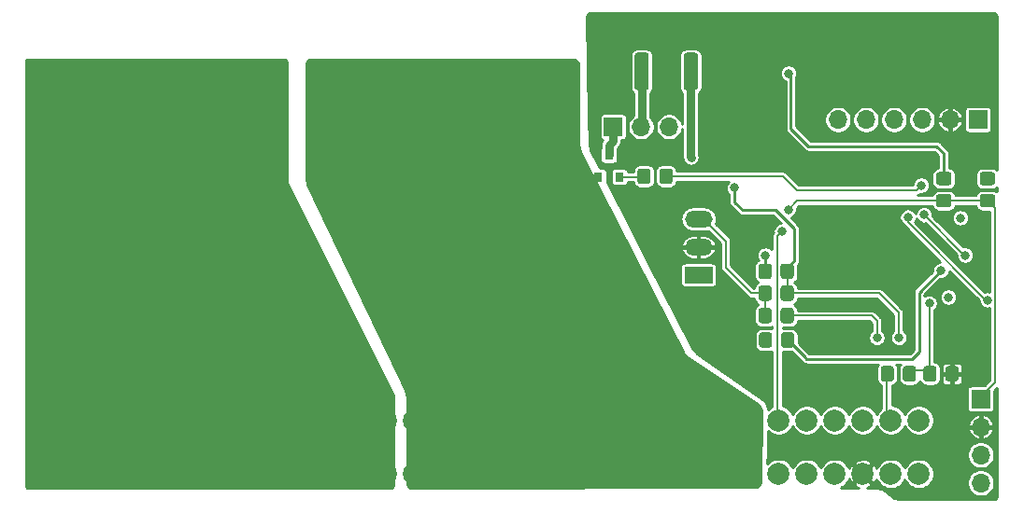
<source format=gbl>
%TF.GenerationSoftware,KiCad,Pcbnew,(5.1.12)-1*%
%TF.CreationDate,2023-06-07T09:52:28-07:00*%
%TF.ProjectId,hp breakout remote relay,68702062-7265-4616-9b6f-75742072656d,rev?*%
%TF.SameCoordinates,Original*%
%TF.FileFunction,Copper,L2,Bot*%
%TF.FilePolarity,Positive*%
%FSLAX46Y46*%
G04 Gerber Fmt 4.6, Leading zero omitted, Abs format (unit mm)*
G04 Created by KiCad (PCBNEW (5.1.12)-1) date 2023-06-07 09:52:28*
%MOMM*%
%LPD*%
G01*
G04 APERTURE LIST*
%TA.AperFunction,ComponentPad*%
%ADD10C,2.000000*%
%TD*%
%TA.AperFunction,ComponentPad*%
%ADD11R,2.000000X2.000000*%
%TD*%
%TA.AperFunction,ComponentPad*%
%ADD12O,2.000000X3.000000*%
%TD*%
%TA.AperFunction,ComponentPad*%
%ADD13R,1.700000X1.700000*%
%TD*%
%TA.AperFunction,ComponentPad*%
%ADD14O,1.700000X1.700000*%
%TD*%
%TA.AperFunction,SMDPad,CuDef*%
%ADD15R,0.800000X0.900000*%
%TD*%
%TA.AperFunction,ComponentPad*%
%ADD16R,2.500000X1.500000*%
%TD*%
%TA.AperFunction,ComponentPad*%
%ADD17O,2.500000X1.500000*%
%TD*%
%TA.AperFunction,ViaPad*%
%ADD18C,0.800000*%
%TD*%
%TA.AperFunction,Conductor*%
%ADD19C,0.200000*%
%TD*%
%TA.AperFunction,Conductor*%
%ADD20C,0.750000*%
%TD*%
%TA.AperFunction,Conductor*%
%ADD21C,0.500000*%
%TD*%
%TA.AperFunction,Conductor*%
%ADD22C,0.250000*%
%TD*%
%TA.AperFunction,Conductor*%
%ADD23C,0.254000*%
%TD*%
%TA.AperFunction,Conductor*%
%ADD24C,0.100000*%
%TD*%
G04 APERTURE END LIST*
D10*
%TO.P,J1,64*%
%TO.N,+12V*%
X93751400Y-97402000D03*
%TO.P,J1,63*%
X96291400Y-97402000D03*
%TO.P,J1,62*%
X98831400Y-97402000D03*
%TO.P,J1,61*%
X101371400Y-97402000D03*
%TO.P,J1,60*%
X103911400Y-97402000D03*
%TO.P,J1,59*%
X106451400Y-97402000D03*
%TO.P,J1,58*%
X108991400Y-97402000D03*
%TO.P,J1,57*%
X111531400Y-97402000D03*
%TO.P,J1,56*%
X114071400Y-97402000D03*
%TO.P,J1,55*%
X116611400Y-97402000D03*
%TO.P,J1,54*%
X119151400Y-97402000D03*
%TO.P,J1,53*%
X121691400Y-97402000D03*
%TO.P,J1,52*%
X124231400Y-97402000D03*
%TO.P,J1,51*%
%TO.N,GND*%
X126771400Y-97402000D03*
%TO.P,J1,50*%
X129311400Y-97402000D03*
%TO.P,J1,49*%
X131851400Y-97402000D03*
%TO.P,J1,48*%
X134391400Y-97402000D03*
%TO.P,J1,47*%
X136931400Y-97402000D03*
%TO.P,J1,46*%
X139471400Y-97402000D03*
%TO.P,J1,45*%
X142011400Y-97402000D03*
%TO.P,J1,44*%
X144551400Y-97402000D03*
%TO.P,J1,43*%
X147091400Y-97402000D03*
%TO.P,J1,42*%
X149631400Y-97402000D03*
%TO.P,J1,41*%
X152171400Y-97402000D03*
%TO.P,J1,40*%
X154711400Y-97402000D03*
%TO.P,J1,39*%
X157251400Y-97402000D03*
%TO.P,J1,38*%
%TO.N,PSINTERRUPT*%
X159791400Y-97402000D03*
%TO.P,J1,37*%
%TO.N,Vsb*%
X162331400Y-97402000D03*
%TO.P,J1,36*%
%TO.N,Net-(J1-Pad36)*%
X164871400Y-97402000D03*
%TO.P,J1,35*%
%TO.N,Net-(J1-Pad35)*%
X167411400Y-97402000D03*
%TO.P,J1,34*%
%TO.N,Net-(J1-Pad34)*%
X169951400Y-97402000D03*
%TO.P,J1,33*%
%TO.N,PS_TurnON*%
X172491400Y-97402000D03*
%TO.P,J1,32*%
%TO.N,SCL*%
X172491400Y-102242000D03*
%TO.P,J1,31*%
%TO.N,SDA*%
X169951400Y-102242000D03*
%TO.P,J1,30*%
%TO.N,GNDS*%
X167411400Y-102242000D03*
%TO.P,J1,29*%
%TO.N,Net-(J1-Pad29)*%
X164871400Y-102242000D03*
%TO.P,J1,28*%
%TO.N,Net-(J1-Pad28)*%
X162331400Y-102242000D03*
%TO.P,J1,27*%
%TO.N,Net-(J1-Pad27)*%
X159791400Y-102242000D03*
%TO.P,J1,26*%
%TO.N,GND*%
X157251400Y-102242000D03*
%TO.P,J1,25*%
X154711400Y-102242000D03*
%TO.P,J1,24*%
X152171400Y-102242000D03*
%TO.P,J1,23*%
X149631400Y-102242000D03*
%TO.P,J1,22*%
X147091400Y-102242000D03*
%TO.P,J1,21*%
X144551400Y-102242000D03*
%TO.P,J1,20*%
X142011400Y-102242000D03*
%TO.P,J1,19*%
X139471400Y-102242000D03*
%TO.P,J1,18*%
X136931400Y-102242000D03*
%TO.P,J1,17*%
X134391400Y-102242000D03*
%TO.P,J1,16*%
X131851400Y-102242000D03*
%TO.P,J1,15*%
X129311400Y-102242000D03*
%TO.P,J1,14*%
X126771400Y-102242000D03*
%TO.P,J1,13*%
%TO.N,+12V*%
X124231400Y-102242000D03*
%TO.P,J1,12*%
X121691400Y-102242000D03*
%TO.P,J1,11*%
X119151400Y-102242000D03*
%TO.P,J1,10*%
X116611400Y-102242000D03*
%TO.P,J1,9*%
X114071400Y-102242000D03*
%TO.P,J1,8*%
X111531400Y-102242000D03*
%TO.P,J1,7*%
X108991400Y-102242000D03*
%TO.P,J1,6*%
X106451400Y-102242000D03*
%TO.P,J1,5*%
X103911400Y-102242000D03*
%TO.P,J1,4*%
X101371400Y-102242000D03*
%TO.P,J1,3*%
X98831400Y-102242000D03*
%TO.P,J1,2*%
X96291400Y-102242000D03*
D11*
%TO.P,J1,1*%
X93751400Y-102242000D03*
%TD*%
D12*
%TO.P,J2,1*%
%TO.N,GND*%
X138600000Y-67400000D03*
%TO.P,J2,2*%
X132250000Y-67400000D03*
%TO.P,J2,3*%
X125900000Y-67400000D03*
%TO.P,J2,4*%
X119550000Y-67400000D03*
%TO.P,J2,5*%
%TO.N,+12V*%
X113200000Y-67400000D03*
%TO.P,J2,6*%
X106850000Y-67400000D03*
%TO.P,J2,7*%
X100500000Y-67400000D03*
%TO.P,J2,8*%
X94150000Y-67400000D03*
%TD*%
D13*
%TO.P,CaseFan1,1*%
%TO.N,Net-(CaseFan1-Pad1)*%
X144780000Y-70739000D03*
D14*
%TO.P,CaseFan1,2*%
%TO.N,Net-(CaseFan1-Pad2)*%
X147320000Y-70739000D03*
%TO.P,CaseFan1,3*%
%TO.N,Net-(CaseFan1-Pad3)*%
X149860000Y-70739000D03*
%TD*%
%TO.P,F1,1*%
%TO.N,Vsb*%
%TA.AperFunction,SMDPad,CuDef*%
G36*
G01*
X152481000Y-64272500D02*
X152481000Y-67172500D01*
G75*
G02*
X152231000Y-67422500I-250000J0D01*
G01*
X151431000Y-67422500D01*
G75*
G02*
X151181000Y-67172500I0J250000D01*
G01*
X151181000Y-64272500D01*
G75*
G02*
X151431000Y-64022500I250000J0D01*
G01*
X152231000Y-64022500D01*
G75*
G02*
X152481000Y-64272500I0J-250000D01*
G01*
G37*
%TD.AperFunction*%
%TO.P,F1,2*%
%TO.N,Net-(CaseFan1-Pad2)*%
%TA.AperFunction,SMDPad,CuDef*%
G36*
G01*
X148031000Y-64272500D02*
X148031000Y-67172500D01*
G75*
G02*
X147781000Y-67422500I-250000J0D01*
G01*
X146981000Y-67422500D01*
G75*
G02*
X146731000Y-67172500I0J250000D01*
G01*
X146731000Y-64272500D01*
G75*
G02*
X146981000Y-64022500I250000J0D01*
G01*
X147781000Y-64022500D01*
G75*
G02*
X148031000Y-64272500I0J-250000D01*
G01*
G37*
%TD.AperFunction*%
%TD*%
D13*
%TO.P,J3,1*%
%TO.N,+3V3*%
X178100000Y-95453200D03*
D14*
%TO.P,J3,2*%
%TO.N,GNDS*%
X178100000Y-97993200D03*
%TO.P,J3,3*%
%TO.N,SCL*%
X178100000Y-100533200D03*
%TO.P,J3,4*%
%TO.N,SDA*%
X178100000Y-103073200D03*
%TD*%
D13*
%TO.P,J4,1*%
%TO.N,Net-(J4-Pad1)*%
X177860000Y-70100000D03*
D14*
%TO.P,J4,2*%
%TO.N,GNDS*%
X175320000Y-70100000D03*
%TO.P,J4,3*%
%TO.N,Net-(J4-Pad3)*%
X172780000Y-70100000D03*
%TO.P,J4,4*%
%TO.N,Net-(J4-Pad4)*%
X170240000Y-70100000D03*
%TO.P,J4,5*%
%TO.N,Net-(J4-Pad5)*%
X167700000Y-70100000D03*
%TO.P,J4,6*%
%TO.N,Net-(J4-Pad6)*%
X165160000Y-70100000D03*
%TD*%
D15*
%TO.P,Q3,1*%
%TO.N,Net-(Q3-Pad1)*%
X145349000Y-75295000D03*
%TO.P,Q3,2*%
%TO.N,GND*%
X143449000Y-75295000D03*
%TO.P,Q3,3*%
%TO.N,Net-(CaseFan1-Pad1)*%
X144399000Y-73295000D03*
%TD*%
%TO.P,R1,2*%
%TO.N,Net-(J1-Pad34)*%
%TA.AperFunction,SMDPad,CuDef*%
G36*
G01*
X170237200Y-92717199D02*
X170237200Y-93617201D01*
G75*
G02*
X169987201Y-93867200I-249999J0D01*
G01*
X169287199Y-93867200D01*
G75*
G02*
X169037200Y-93617201I0J249999D01*
G01*
X169037200Y-92717199D01*
G75*
G02*
X169287199Y-92467200I249999J0D01*
G01*
X169987201Y-92467200D01*
G75*
G02*
X170237200Y-92717199I0J-249999D01*
G01*
G37*
%TD.AperFunction*%
%TO.P,R1,1*%
%TO.N,iSHARE*%
%TA.AperFunction,SMDPad,CuDef*%
G36*
G01*
X172237200Y-92717199D02*
X172237200Y-93617201D01*
G75*
G02*
X171987201Y-93867200I-249999J0D01*
G01*
X171287199Y-93867200D01*
G75*
G02*
X171037200Y-93617201I0J249999D01*
G01*
X171037200Y-92717199D01*
G75*
G02*
X171287199Y-92467200I249999J0D01*
G01*
X171987201Y-92467200D01*
G75*
G02*
X172237200Y-92717199I0J-249999D01*
G01*
G37*
%TD.AperFunction*%
%TD*%
%TO.P,R2,1*%
%TO.N,GNDS*%
%TA.AperFunction,SMDPad,CuDef*%
G36*
G01*
X176098000Y-92717199D02*
X176098000Y-93617201D01*
G75*
G02*
X175848001Y-93867200I-249999J0D01*
G01*
X175147999Y-93867200D01*
G75*
G02*
X174898000Y-93617201I0J249999D01*
G01*
X174898000Y-92717199D01*
G75*
G02*
X175147999Y-92467200I249999J0D01*
G01*
X175848001Y-92467200D01*
G75*
G02*
X176098000Y-92717199I0J-249999D01*
G01*
G37*
%TD.AperFunction*%
%TO.P,R2,2*%
%TO.N,iSHARE*%
%TA.AperFunction,SMDPad,CuDef*%
G36*
G01*
X174098000Y-92717199D02*
X174098000Y-93617201D01*
G75*
G02*
X173848001Y-93867200I-249999J0D01*
G01*
X173147999Y-93867200D01*
G75*
G02*
X172898000Y-93617201I0J249999D01*
G01*
X172898000Y-92717199D01*
G75*
G02*
X173147999Y-92467200I249999J0D01*
G01*
X173848001Y-92467200D01*
G75*
G02*
X174098000Y-92717199I0J-249999D01*
G01*
G37*
%TD.AperFunction*%
%TD*%
%TO.P,R4,2*%
%TO.N,Net-(R4-Pad2)*%
%TA.AperFunction,SMDPad,CuDef*%
G36*
G01*
X159200000Y-89649999D02*
X159200000Y-90550001D01*
G75*
G02*
X158950001Y-90800000I-249999J0D01*
G01*
X158249999Y-90800000D01*
G75*
G02*
X158000000Y-90550001I0J249999D01*
G01*
X158000000Y-89649999D01*
G75*
G02*
X158249999Y-89400000I249999J0D01*
G01*
X158950001Y-89400000D01*
G75*
G02*
X159200000Y-89649999I0J-249999D01*
G01*
G37*
%TD.AperFunction*%
%TO.P,R4,1*%
%TO.N,Net-(R4-Pad1)*%
%TA.AperFunction,SMDPad,CuDef*%
G36*
G01*
X161200000Y-89649999D02*
X161200000Y-90550001D01*
G75*
G02*
X160950001Y-90800000I-249999J0D01*
G01*
X160249999Y-90800000D01*
G75*
G02*
X160000000Y-90550001I0J249999D01*
G01*
X160000000Y-89649999D01*
G75*
G02*
X160249999Y-89400000I249999J0D01*
G01*
X160950001Y-89400000D01*
G75*
G02*
X161200000Y-89649999I0J-249999D01*
G01*
G37*
%TD.AperFunction*%
%TD*%
%TO.P,R5,1*%
%TO.N,+3V3*%
%TA.AperFunction,SMDPad,CuDef*%
G36*
G01*
X175202001Y-78054000D02*
X174301999Y-78054000D01*
G75*
G02*
X174052000Y-77804001I0J249999D01*
G01*
X174052000Y-77103999D01*
G75*
G02*
X174301999Y-76854000I249999J0D01*
G01*
X175202001Y-76854000D01*
G75*
G02*
X175452000Y-77103999I0J-249999D01*
G01*
X175452000Y-77804001D01*
G75*
G02*
X175202001Y-78054000I-249999J0D01*
G01*
G37*
%TD.AperFunction*%
%TO.P,R5,2*%
%TO.N,Net-(Q1-Pad3)*%
%TA.AperFunction,SMDPad,CuDef*%
G36*
G01*
X175202001Y-76054000D02*
X174301999Y-76054000D01*
G75*
G02*
X174052000Y-75804001I0J249999D01*
G01*
X174052000Y-75103999D01*
G75*
G02*
X174301999Y-74854000I249999J0D01*
G01*
X175202001Y-74854000D01*
G75*
G02*
X175452000Y-75103999I0J-249999D01*
G01*
X175452000Y-75804001D01*
G75*
G02*
X175202001Y-76054000I-249999J0D01*
G01*
G37*
%TD.AperFunction*%
%TD*%
%TO.P,R6,2*%
%TO.N,Net-(R4-Pad1)*%
%TA.AperFunction,SMDPad,CuDef*%
G36*
G01*
X179164401Y-76054000D02*
X178264399Y-76054000D01*
G75*
G02*
X178014400Y-75804001I0J249999D01*
G01*
X178014400Y-75103999D01*
G75*
G02*
X178264399Y-74854000I249999J0D01*
G01*
X179164401Y-74854000D01*
G75*
G02*
X179414400Y-75103999I0J-249999D01*
G01*
X179414400Y-75804001D01*
G75*
G02*
X179164401Y-76054000I-249999J0D01*
G01*
G37*
%TD.AperFunction*%
%TO.P,R6,1*%
%TO.N,+3V3*%
%TA.AperFunction,SMDPad,CuDef*%
G36*
G01*
X179164401Y-78054000D02*
X178264399Y-78054000D01*
G75*
G02*
X178014400Y-77804001I0J249999D01*
G01*
X178014400Y-77103999D01*
G75*
G02*
X178264399Y-76854000I249999J0D01*
G01*
X179164401Y-76854000D01*
G75*
G02*
X179414400Y-77103999I0J-249999D01*
G01*
X179414400Y-77804001D01*
G75*
G02*
X179164401Y-78054000I-249999J0D01*
G01*
G37*
%TD.AperFunction*%
%TD*%
%TO.P,R7,2*%
%TO.N,Net-(R7-Pad2)*%
%TA.AperFunction,SMDPad,CuDef*%
G36*
G01*
X159962800Y-88334001D02*
X159962800Y-87433999D01*
G75*
G02*
X160212799Y-87184000I249999J0D01*
G01*
X160912801Y-87184000D01*
G75*
G02*
X161162800Y-87433999I0J-249999D01*
G01*
X161162800Y-88334001D01*
G75*
G02*
X160912801Y-88584000I-249999J0D01*
G01*
X160212799Y-88584000D01*
G75*
G02*
X159962800Y-88334001I0J249999D01*
G01*
G37*
%TD.AperFunction*%
%TO.P,R7,1*%
%TO.N,+3V3*%
%TA.AperFunction,SMDPad,CuDef*%
G36*
G01*
X157962800Y-88334001D02*
X157962800Y-87433999D01*
G75*
G02*
X158212799Y-87184000I249999J0D01*
G01*
X158912801Y-87184000D01*
G75*
G02*
X159162800Y-87433999I0J-249999D01*
G01*
X159162800Y-88334001D01*
G75*
G02*
X158912801Y-88584000I-249999J0D01*
G01*
X158212799Y-88584000D01*
G75*
G02*
X157962800Y-88334001I0J249999D01*
G01*
G37*
%TD.AperFunction*%
%TD*%
%TO.P,R8,2*%
%TO.N,Net-(Q2-Pad3)*%
%TA.AperFunction,SMDPad,CuDef*%
G36*
G01*
X159962800Y-86302001D02*
X159962800Y-85401999D01*
G75*
G02*
X160212799Y-85152000I249999J0D01*
G01*
X160912801Y-85152000D01*
G75*
G02*
X161162800Y-85401999I0J-249999D01*
G01*
X161162800Y-86302001D01*
G75*
G02*
X160912801Y-86552000I-249999J0D01*
G01*
X160212799Y-86552000D01*
G75*
G02*
X159962800Y-86302001I0J249999D01*
G01*
G37*
%TD.AperFunction*%
%TO.P,R8,1*%
%TO.N,+3V3*%
%TA.AperFunction,SMDPad,CuDef*%
G36*
G01*
X157962800Y-86302001D02*
X157962800Y-85401999D01*
G75*
G02*
X158212799Y-85152000I249999J0D01*
G01*
X158912801Y-85152000D01*
G75*
G02*
X159162800Y-85401999I0J-249999D01*
G01*
X159162800Y-86302001D01*
G75*
G02*
X158912801Y-86552000I-249999J0D01*
G01*
X158212799Y-86552000D01*
G75*
G02*
X157962800Y-86302001I0J249999D01*
G01*
G37*
%TD.AperFunction*%
%TD*%
%TO.P,R9,1*%
%TO.N,Net-(R9-Pad1)*%
%TA.AperFunction,SMDPad,CuDef*%
G36*
G01*
X157962800Y-84320801D02*
X157962800Y-83420799D01*
G75*
G02*
X158212799Y-83170800I249999J0D01*
G01*
X158912801Y-83170800D01*
G75*
G02*
X159162800Y-83420799I0J-249999D01*
G01*
X159162800Y-84320801D01*
G75*
G02*
X158912801Y-84570800I-249999J0D01*
G01*
X158212799Y-84570800D01*
G75*
G02*
X157962800Y-84320801I0J249999D01*
G01*
G37*
%TD.AperFunction*%
%TO.P,R9,2*%
%TO.N,Net-(Q2-Pad3)*%
%TA.AperFunction,SMDPad,CuDef*%
G36*
G01*
X159962800Y-84320801D02*
X159962800Y-83420799D01*
G75*
G02*
X160212799Y-83170800I249999J0D01*
G01*
X160912801Y-83170800D01*
G75*
G02*
X161162800Y-83420799I0J-249999D01*
G01*
X161162800Y-84320801D01*
G75*
G02*
X160912801Y-84570800I-249999J0D01*
G01*
X160212799Y-84570800D01*
G75*
G02*
X159962800Y-84320801I0J249999D01*
G01*
G37*
%TD.AperFunction*%
%TD*%
%TO.P,R13,1*%
%TO.N,Net-(Q3-Pad1)*%
%TA.AperFunction,SMDPad,CuDef*%
G36*
G01*
X146990000Y-75684801D02*
X146990000Y-74784799D01*
G75*
G02*
X147239999Y-74534800I249999J0D01*
G01*
X147940001Y-74534800D01*
G75*
G02*
X148190000Y-74784799I0J-249999D01*
G01*
X148190000Y-75684801D01*
G75*
G02*
X147940001Y-75934800I-249999J0D01*
G01*
X147239999Y-75934800D01*
G75*
G02*
X146990000Y-75684801I0J249999D01*
G01*
G37*
%TD.AperFunction*%
%TO.P,R13,2*%
%TO.N,CaseFanPWM*%
%TA.AperFunction,SMDPad,CuDef*%
G36*
G01*
X148990000Y-75684801D02*
X148990000Y-74784799D01*
G75*
G02*
X149239999Y-74534800I249999J0D01*
G01*
X149940001Y-74534800D01*
G75*
G02*
X150190000Y-74784799I0J-249999D01*
G01*
X150190000Y-75684801D01*
G75*
G02*
X149940001Y-75934800I-249999J0D01*
G01*
X149239999Y-75934800D01*
G75*
G02*
X148990000Y-75684801I0J249999D01*
G01*
G37*
%TD.AperFunction*%
%TD*%
D16*
%TO.P,U1,1*%
%TO.N,Vsb*%
X152527000Y-84201000D03*
D17*
%TO.P,U1,2*%
%TO.N,GNDS*%
X152527000Y-81661000D03*
%TO.P,U1,3*%
%TO.N,+3V3*%
X152527000Y-79121000D03*
%TD*%
D18*
%TO.N,*%
X176250800Y-79011600D03*
X175150800Y-86211600D03*
%TO.N,GNDS*%
X170789600Y-81940400D03*
X178200000Y-81900000D03*
X146812000Y-78486000D03*
X148590000Y-72999600D03*
X154686000Y-61874400D03*
X171651400Y-61927000D03*
X165049200Y-78282800D03*
X166400000Y-82000000D03*
X145135600Y-62280800D03*
X167500000Y-95100000D03*
X162915600Y-95148400D03*
X158394400Y-94538800D03*
X161950400Y-99618800D03*
X175056800Y-101752400D03*
X172770800Y-95250000D03*
%TO.N,+3V3*%
X160655000Y-78257400D03*
%TO.N,Vsb*%
X151841200Y-73507600D03*
%TO.N,+12V*%
X92557600Y-71932800D03*
X97457600Y-71932800D03*
X102357600Y-71932800D03*
X107257600Y-71932800D03*
X112157600Y-71932800D03*
X93657600Y-76432800D03*
X98557600Y-76432800D03*
X103457600Y-76432800D03*
X108357600Y-76432800D03*
X113257600Y-76432800D03*
X94757600Y-80932800D03*
X99657600Y-80932800D03*
X104557600Y-80932800D03*
X109457600Y-80932800D03*
X114357600Y-80932800D03*
X95857600Y-85432800D03*
X100757600Y-85432800D03*
X105657600Y-85432800D03*
X110557600Y-85432800D03*
X115457600Y-85432800D03*
X96957600Y-89932800D03*
X101857600Y-89932800D03*
X106757600Y-89932800D03*
X111657600Y-89932800D03*
X116557600Y-89932800D03*
X121457600Y-89932800D03*
X98057600Y-94432800D03*
X102957600Y-94432800D03*
X107857600Y-94432800D03*
X112757600Y-94432800D03*
X117657600Y-94432800D03*
X122557600Y-94432800D03*
%TO.N,GND*%
X118059200Y-71882000D03*
X122959200Y-71882000D03*
X127859200Y-71882000D03*
X132759200Y-71882000D03*
X137659200Y-71882000D03*
X119159200Y-76382000D03*
X124059200Y-76382000D03*
X128959200Y-76382000D03*
X133859200Y-76382000D03*
X138759200Y-76382000D03*
X120259200Y-80882000D03*
X125159200Y-80882000D03*
X130059200Y-80882000D03*
X134959200Y-80882000D03*
X139859200Y-80882000D03*
X145200000Y-80900000D03*
X126259200Y-85382000D03*
X131159200Y-85382000D03*
X136000000Y-85300000D03*
X145859200Y-85382000D03*
X127359200Y-89882000D03*
X132259200Y-89882000D03*
X137159200Y-89882000D03*
X142059200Y-89882000D03*
X146959200Y-89882000D03*
X128459200Y-94382000D03*
X133359200Y-94382000D03*
X138259200Y-94382000D03*
X143159200Y-94382000D03*
X148059200Y-94382000D03*
X152806400Y-94335600D03*
%TO.N,PSINTERRUPT*%
X160070800Y-80264000D03*
%TO.N,Net-(J4-Pad3)*%
X172974000Y-78740000D03*
X176696506Y-82396506D03*
%TO.N,Net-(J4-Pad4)*%
X171500800Y-78943200D03*
X178714400Y-86461600D03*
%TO.N,Net-(Q1-Pad3)*%
X174752000Y-75454000D03*
X160700000Y-65900000D03*
%TO.N,Net-(Q2-Pad3)*%
X170696500Y-89896000D03*
X155800000Y-76300000D03*
%TO.N,iSHARE*%
X173431200Y-86766400D03*
%TO.N,Net-(R4-Pad2)*%
X158600000Y-90100000D03*
%TO.N,Net-(R7-Pad2)*%
X168696500Y-89896000D03*
%TO.N,CaseFanPWM*%
X172720000Y-76047600D03*
%TO.N,Net-(R4-Pad1)*%
X178714400Y-75454000D03*
X174500000Y-83800000D03*
%TO.N,Net-(R9-Pad1)*%
X158600000Y-82400000D03*
%TD*%
D19*
%TO.N,+3V3*%
X178714400Y-77454000D02*
X174752000Y-77454000D01*
X161458400Y-77454000D02*
X160655000Y-78257400D01*
X174752000Y-77454000D02*
X161458400Y-77454000D01*
X174752000Y-77454000D02*
X170907200Y-77454000D01*
X158562800Y-87849200D02*
X158528000Y-87884000D01*
X158562800Y-85852000D02*
X158562800Y-87849200D01*
X179414401Y-78154001D02*
X178714400Y-77454000D01*
X179414401Y-93940399D02*
X179414401Y-78154001D01*
X177901600Y-95453200D02*
X179414401Y-93940399D01*
X157327600Y-85852000D02*
X158562800Y-85852000D01*
X154990800Y-83515200D02*
X157327600Y-85852000D01*
X154990800Y-81127600D02*
X154990800Y-83515200D01*
X152984200Y-79121000D02*
X154990800Y-81127600D01*
X152527000Y-79121000D02*
X152984200Y-79121000D01*
D20*
%TO.N,Net-(CaseFan1-Pad1)*%
X144780000Y-72034400D02*
X144780000Y-70739000D01*
X144399000Y-72415400D02*
X144780000Y-72034400D01*
X144399000Y-73295000D02*
X144399000Y-72415400D01*
%TO.N,Net-(CaseFan1-Pad2)*%
X147381000Y-70678000D02*
X147320000Y-70739000D01*
X147381000Y-65722500D02*
X147381000Y-70678000D01*
%TO.N,Vsb*%
X151831000Y-73497400D02*
X151841200Y-73507600D01*
X151831000Y-65722500D02*
X151831000Y-73497400D01*
D21*
%TO.N,GND*%
X143449000Y-75295000D02*
X140097000Y-75295000D01*
X138684000Y-73882000D02*
X138684000Y-68072000D01*
X140097000Y-75295000D02*
X138684000Y-73882000D01*
D19*
%TO.N,Net-(J1-Pad34)*%
X169570400Y-97021000D02*
X169951400Y-97402000D01*
X169570400Y-92862400D02*
X169570400Y-97021000D01*
%TO.N,PSINTERRUPT*%
X159662790Y-80672010D02*
X160070800Y-80264000D01*
X159662790Y-97273390D02*
X159662790Y-80672010D01*
X159791400Y-97402000D02*
X159662790Y-97273390D01*
%TO.N,Net-(J4-Pad3)*%
X172974000Y-78740000D02*
X176630506Y-82396506D01*
X176630506Y-82396506D02*
X176696506Y-82396506D01*
%TO.N,Net-(J4-Pad4)*%
X178561600Y-86461600D02*
X178714400Y-86461600D01*
X171500800Y-79400800D02*
X178561600Y-86461600D01*
X171500800Y-78943200D02*
X171500800Y-79400800D01*
D22*
%TO.N,Net-(Q1-Pad3)*%
X174752000Y-75454000D02*
X174752000Y-73152000D01*
X174752000Y-73152000D02*
X174100000Y-72500000D01*
X174100000Y-72500000D02*
X162500000Y-72500000D01*
X162500000Y-72500000D02*
X160900000Y-70900000D01*
X160900000Y-66100000D02*
X160700000Y-65900000D01*
X160900000Y-70900000D02*
X160900000Y-66100000D01*
D19*
%TO.N,Net-(Q2-Pad3)*%
X160562800Y-85852000D02*
X168859200Y-85852000D01*
X168859200Y-85852000D02*
X170637200Y-87630000D01*
X170637200Y-89836700D02*
X170696500Y-89896000D01*
X170637200Y-87630000D02*
X170637200Y-89836700D01*
X160578800Y-85836000D02*
X160562800Y-85852000D01*
X160578800Y-83870800D02*
X160578800Y-85836000D01*
D22*
X160562800Y-83870800D02*
X160562800Y-83537200D01*
X160562800Y-83537200D02*
X161200000Y-82900000D01*
X161200000Y-82900000D02*
X161200000Y-80000000D01*
X161200000Y-80000000D02*
X159500000Y-78300000D01*
X159500000Y-78300000D02*
X156500000Y-78300000D01*
X155800000Y-77600000D02*
X155800000Y-76300000D01*
X156500000Y-78300000D02*
X155800000Y-77600000D01*
D19*
%TO.N,Net-(Q3-Pad1)*%
X147529800Y-75295000D02*
X147590000Y-75234800D01*
X145349000Y-75295000D02*
X147529800Y-75295000D01*
%TO.N,iSHARE*%
X171570400Y-92862400D02*
X173329600Y-92862400D01*
X173431200Y-92760800D02*
X173329600Y-92862400D01*
X173431200Y-86766400D02*
X173431200Y-92760800D01*
%TO.N,Net-(R7-Pad2)*%
X160528000Y-87884000D02*
X168198800Y-87884000D01*
X168696500Y-88381700D02*
X168696500Y-89896000D01*
X168198800Y-87884000D02*
X168696500Y-88381700D01*
%TO.N,CaseFanPWM*%
X172262800Y-76504800D02*
X172720000Y-76047600D01*
X161442400Y-76504800D02*
X172262800Y-76504800D01*
X160172400Y-75234800D02*
X161442400Y-76504800D01*
X149590000Y-75234800D02*
X160172400Y-75234800D01*
D22*
%TO.N,Net-(R4-Pad1)*%
X160600000Y-90100000D02*
X162100000Y-91600000D01*
X162100000Y-91600000D02*
X162300000Y-91800000D01*
X162300000Y-91800000D02*
X169865502Y-91800000D01*
X169865502Y-91800000D02*
X171900000Y-91800000D01*
X171900000Y-91800000D02*
X172500000Y-91200000D01*
X172500000Y-85800000D02*
X174500000Y-83800000D01*
X172500000Y-91200000D02*
X172500000Y-85800000D01*
%TO.N,Net-(R9-Pad1)*%
X158600000Y-83833600D02*
X158562800Y-83870800D01*
X158600000Y-82400000D02*
X158600000Y-83833600D01*
%TD*%
D23*
%TO.N,GND*%
X141605000Y-64918606D02*
X141605000Y-72294000D01*
X141608556Y-72323843D01*
X141768438Y-72985191D01*
X141778907Y-73013362D01*
X151111143Y-91186666D01*
X151129220Y-91213052D01*
X151579665Y-91719523D01*
X151603761Y-91740556D01*
X157955506Y-96005961D01*
X158211377Y-96494021D01*
X158120518Y-103126718D01*
X157839622Y-103404667D01*
X126386321Y-103503733D01*
X126111000Y-103229278D01*
X126111000Y-95346000D01*
X126107906Y-95318138D01*
X125958076Y-94651830D01*
X125948945Y-94625325D01*
X117110642Y-75966685D01*
X116967000Y-75327897D01*
X116967000Y-64918606D01*
X117242606Y-64643000D01*
X141329394Y-64643000D01*
X141605000Y-64918606D01*
%TA.AperFunction,Conductor*%
D24*
G36*
X141605000Y-64918606D02*
G01*
X141605000Y-72294000D01*
X141608556Y-72323843D01*
X141768438Y-72985191D01*
X141778907Y-73013362D01*
X151111143Y-91186666D01*
X151129220Y-91213052D01*
X151579665Y-91719523D01*
X151603761Y-91740556D01*
X157955506Y-96005961D01*
X158211377Y-96494021D01*
X158120518Y-103126718D01*
X157839622Y-103404667D01*
X126386321Y-103503733D01*
X126111000Y-103229278D01*
X126111000Y-95346000D01*
X126107906Y-95318138D01*
X125958076Y-94651830D01*
X125948945Y-94625325D01*
X117110642Y-75966685D01*
X116967000Y-75327897D01*
X116967000Y-64918606D01*
X117242606Y-64643000D01*
X141329394Y-64643000D01*
X141605000Y-64918606D01*
G37*
%TD.AperFunction*%
%TD*%
D23*
%TO.N,+12V*%
X115081251Y-64658467D02*
X115136570Y-64695430D01*
X115173533Y-64750749D01*
X115189000Y-64828509D01*
X115189000Y-75621180D01*
X115192397Y-75650359D01*
X115224069Y-75784523D01*
X115234080Y-75812140D01*
X124816122Y-94976223D01*
X124841000Y-95081609D01*
X124841000Y-103319491D01*
X124825533Y-103397251D01*
X124788570Y-103452570D01*
X124733251Y-103489533D01*
X124655491Y-103505000D01*
X91752509Y-103505000D01*
X91674749Y-103489533D01*
X91619430Y-103452570D01*
X91582467Y-103397251D01*
X91567000Y-103319491D01*
X91567000Y-64828509D01*
X91582467Y-64750749D01*
X91619430Y-64695430D01*
X91674749Y-64658467D01*
X91752509Y-64643000D01*
X115003491Y-64643000D01*
X115081251Y-64658467D01*
%TA.AperFunction,Conductor*%
D24*
G36*
X115081251Y-64658467D02*
G01*
X115136570Y-64695430D01*
X115173533Y-64750749D01*
X115189000Y-64828509D01*
X115189000Y-75621180D01*
X115192397Y-75650359D01*
X115224069Y-75784523D01*
X115234080Y-75812140D01*
X124816122Y-94976223D01*
X124841000Y-95081609D01*
X124841000Y-103319491D01*
X124825533Y-103397251D01*
X124788570Y-103452570D01*
X124733251Y-103489533D01*
X124655491Y-103505000D01*
X91752509Y-103505000D01*
X91674749Y-103489533D01*
X91619430Y-103452570D01*
X91582467Y-103397251D01*
X91567000Y-103319491D01*
X91567000Y-64828509D01*
X91582467Y-64750749D01*
X91619430Y-64695430D01*
X91674749Y-64658467D01*
X91752509Y-64643000D01*
X115003491Y-64643000D01*
X115081251Y-64658467D01*
G37*
%TD.AperFunction*%
%TD*%
D23*
%TO.N,GNDS*%
X177933400Y-86513637D02*
X177933400Y-86538522D01*
X177963413Y-86689409D01*
X178022287Y-86831542D01*
X178107758Y-86959459D01*
X178216541Y-87068242D01*
X178344458Y-87153713D01*
X178486591Y-87212587D01*
X178637478Y-87242600D01*
X178791322Y-87242600D01*
X178933401Y-87214339D01*
X178933401Y-93741162D01*
X178454206Y-94220357D01*
X177250000Y-94220357D01*
X177175311Y-94227713D01*
X177103492Y-94249499D01*
X177037304Y-94284878D01*
X176979289Y-94332489D01*
X176931678Y-94390504D01*
X176896299Y-94456692D01*
X176874513Y-94528511D01*
X176867157Y-94603200D01*
X176867157Y-96303200D01*
X176874513Y-96377889D01*
X176896299Y-96449708D01*
X176931678Y-96515896D01*
X176979289Y-96573911D01*
X177037304Y-96621522D01*
X177103492Y-96656901D01*
X177175311Y-96678687D01*
X177250000Y-96686043D01*
X178950000Y-96686043D01*
X179024689Y-96678687D01*
X179096508Y-96656901D01*
X179162696Y-96621522D01*
X179220711Y-96573911D01*
X179268322Y-96515896D01*
X179303701Y-96449708D01*
X179325487Y-96377889D01*
X179332843Y-96303200D01*
X179332843Y-94702194D01*
X179569001Y-94466036D01*
X179569001Y-104381802D01*
X179383036Y-104569000D01*
X170700352Y-104569000D01*
X170266012Y-104424214D01*
X169367199Y-103742355D01*
X169345985Y-103729325D01*
X169330934Y-103723163D01*
X168702092Y-103511628D01*
X168677830Y-103506041D01*
X168661600Y-103505000D01*
X167818541Y-103505000D01*
X167940715Y-103465860D01*
X168134931Y-103362050D01*
X168243339Y-103177177D01*
X167411400Y-102345238D01*
X166579461Y-103177177D01*
X166687869Y-103362050D01*
X166920282Y-103481683D01*
X167001669Y-103505000D01*
X165430975Y-103505000D01*
X165525549Y-103465826D01*
X165751736Y-103314693D01*
X165944093Y-103122336D01*
X166095226Y-102896149D01*
X166169831Y-102716037D01*
X166187540Y-102771315D01*
X166291350Y-102965531D01*
X166476223Y-103073939D01*
X167308162Y-102242000D01*
X167514638Y-102242000D01*
X168346577Y-103073939D01*
X168531450Y-102965531D01*
X168651083Y-102733118D01*
X168654747Y-102720329D01*
X168727574Y-102896149D01*
X168878707Y-103122336D01*
X169071064Y-103314693D01*
X169297251Y-103465826D01*
X169548577Y-103569929D01*
X169815383Y-103623000D01*
X170087417Y-103623000D01*
X170354223Y-103569929D01*
X170605549Y-103465826D01*
X170831736Y-103314693D01*
X171024093Y-103122336D01*
X171175226Y-102896149D01*
X171221400Y-102784675D01*
X171267574Y-102896149D01*
X171418707Y-103122336D01*
X171611064Y-103314693D01*
X171837251Y-103465826D01*
X172088577Y-103569929D01*
X172355383Y-103623000D01*
X172627417Y-103623000D01*
X172894223Y-103569929D01*
X173145549Y-103465826D01*
X173371736Y-103314693D01*
X173564093Y-103122336D01*
X173677936Y-102951957D01*
X176869000Y-102951957D01*
X176869000Y-103194443D01*
X176916307Y-103432269D01*
X177009102Y-103656297D01*
X177143820Y-103857917D01*
X177315283Y-104029380D01*
X177516903Y-104164098D01*
X177740931Y-104256893D01*
X177978757Y-104304200D01*
X178221243Y-104304200D01*
X178459069Y-104256893D01*
X178683097Y-104164098D01*
X178884717Y-104029380D01*
X179056180Y-103857917D01*
X179190898Y-103656297D01*
X179283693Y-103432269D01*
X179331000Y-103194443D01*
X179331000Y-102951957D01*
X179283693Y-102714131D01*
X179190898Y-102490103D01*
X179056180Y-102288483D01*
X178884717Y-102117020D01*
X178683097Y-101982302D01*
X178459069Y-101889507D01*
X178221243Y-101842200D01*
X177978757Y-101842200D01*
X177740931Y-101889507D01*
X177516903Y-101982302D01*
X177315283Y-102117020D01*
X177143820Y-102288483D01*
X177009102Y-102490103D01*
X176916307Y-102714131D01*
X176869000Y-102951957D01*
X173677936Y-102951957D01*
X173715226Y-102896149D01*
X173819329Y-102644823D01*
X173872400Y-102378017D01*
X173872400Y-102105983D01*
X173819329Y-101839177D01*
X173715226Y-101587851D01*
X173564093Y-101361664D01*
X173371736Y-101169307D01*
X173145549Y-101018174D01*
X172894223Y-100914071D01*
X172627417Y-100861000D01*
X172355383Y-100861000D01*
X172088577Y-100914071D01*
X171837251Y-101018174D01*
X171611064Y-101169307D01*
X171418707Y-101361664D01*
X171267574Y-101587851D01*
X171221400Y-101699325D01*
X171175226Y-101587851D01*
X171024093Y-101361664D01*
X170831736Y-101169307D01*
X170605549Y-101018174D01*
X170354223Y-100914071D01*
X170087417Y-100861000D01*
X169815383Y-100861000D01*
X169548577Y-100914071D01*
X169297251Y-101018174D01*
X169071064Y-101169307D01*
X168878707Y-101361664D01*
X168727574Y-101587851D01*
X168652969Y-101767963D01*
X168635260Y-101712685D01*
X168531450Y-101518469D01*
X168346577Y-101410061D01*
X167514638Y-102242000D01*
X167308162Y-102242000D01*
X166476223Y-101410061D01*
X166291350Y-101518469D01*
X166171717Y-101750882D01*
X166168053Y-101763671D01*
X166095226Y-101587851D01*
X165944093Y-101361664D01*
X165889252Y-101306823D01*
X166579461Y-101306823D01*
X167411400Y-102138762D01*
X168243339Y-101306823D01*
X168134931Y-101121950D01*
X167902518Y-101002317D01*
X167651232Y-100930325D01*
X167390728Y-100908740D01*
X167131019Y-100938391D01*
X166882085Y-101018140D01*
X166687869Y-101121950D01*
X166579461Y-101306823D01*
X165889252Y-101306823D01*
X165751736Y-101169307D01*
X165525549Y-101018174D01*
X165274223Y-100914071D01*
X165007417Y-100861000D01*
X164735383Y-100861000D01*
X164468577Y-100914071D01*
X164217251Y-101018174D01*
X163991064Y-101169307D01*
X163798707Y-101361664D01*
X163647574Y-101587851D01*
X163601400Y-101699325D01*
X163555226Y-101587851D01*
X163404093Y-101361664D01*
X163211736Y-101169307D01*
X162985549Y-101018174D01*
X162734223Y-100914071D01*
X162467417Y-100861000D01*
X162195383Y-100861000D01*
X161928577Y-100914071D01*
X161677251Y-101018174D01*
X161451064Y-101169307D01*
X161258707Y-101361664D01*
X161107574Y-101587851D01*
X161061400Y-101699325D01*
X161015226Y-101587851D01*
X160864093Y-101361664D01*
X160671736Y-101169307D01*
X160445549Y-101018174D01*
X160194223Y-100914071D01*
X159927417Y-100861000D01*
X159655383Y-100861000D01*
X159388577Y-100914071D01*
X159137251Y-101018174D01*
X158911064Y-101169307D01*
X158770456Y-101309915D01*
X158788178Y-100411957D01*
X176869000Y-100411957D01*
X176869000Y-100654443D01*
X176916307Y-100892269D01*
X177009102Y-101116297D01*
X177143820Y-101317917D01*
X177315283Y-101489380D01*
X177516903Y-101624098D01*
X177740931Y-101716893D01*
X177978757Y-101764200D01*
X178221243Y-101764200D01*
X178459069Y-101716893D01*
X178683097Y-101624098D01*
X178884717Y-101489380D01*
X179056180Y-101317917D01*
X179190898Y-101116297D01*
X179283693Y-100892269D01*
X179331000Y-100654443D01*
X179331000Y-100411957D01*
X179283693Y-100174131D01*
X179190898Y-99950103D01*
X179056180Y-99748483D01*
X178884717Y-99577020D01*
X178683097Y-99442302D01*
X178459069Y-99349507D01*
X178221243Y-99302200D01*
X177978757Y-99302200D01*
X177740931Y-99349507D01*
X177516903Y-99442302D01*
X177315283Y-99577020D01*
X177143820Y-99748483D01*
X177009102Y-99950103D01*
X176916307Y-100174131D01*
X176869000Y-100411957D01*
X158788178Y-100411957D01*
X158828052Y-98391681D01*
X158911064Y-98474693D01*
X159137251Y-98625826D01*
X159388577Y-98729929D01*
X159655383Y-98783000D01*
X159927417Y-98783000D01*
X160194223Y-98729929D01*
X160445549Y-98625826D01*
X160671736Y-98474693D01*
X160864093Y-98282336D01*
X161015226Y-98056149D01*
X161061400Y-97944675D01*
X161107574Y-98056149D01*
X161258707Y-98282336D01*
X161451064Y-98474693D01*
X161677251Y-98625826D01*
X161928577Y-98729929D01*
X162195383Y-98783000D01*
X162467417Y-98783000D01*
X162734223Y-98729929D01*
X162985549Y-98625826D01*
X163211736Y-98474693D01*
X163404093Y-98282336D01*
X163555226Y-98056149D01*
X163601400Y-97944675D01*
X163647574Y-98056149D01*
X163798707Y-98282336D01*
X163991064Y-98474693D01*
X164217251Y-98625826D01*
X164468577Y-98729929D01*
X164735383Y-98783000D01*
X165007417Y-98783000D01*
X165274223Y-98729929D01*
X165525549Y-98625826D01*
X165751736Y-98474693D01*
X165944093Y-98282336D01*
X166095226Y-98056149D01*
X166141400Y-97944675D01*
X166187574Y-98056149D01*
X166338707Y-98282336D01*
X166531064Y-98474693D01*
X166757251Y-98625826D01*
X167008577Y-98729929D01*
X167275383Y-98783000D01*
X167547417Y-98783000D01*
X167814223Y-98729929D01*
X168065549Y-98625826D01*
X168291736Y-98474693D01*
X168484093Y-98282336D01*
X168635226Y-98056149D01*
X168681400Y-97944675D01*
X168727574Y-98056149D01*
X168878707Y-98282336D01*
X169071064Y-98474693D01*
X169297251Y-98625826D01*
X169548577Y-98729929D01*
X169815383Y-98783000D01*
X170087417Y-98783000D01*
X170354223Y-98729929D01*
X170605549Y-98625826D01*
X170831736Y-98474693D01*
X171024093Y-98282336D01*
X171175226Y-98056149D01*
X171221400Y-97944675D01*
X171267574Y-98056149D01*
X171418707Y-98282336D01*
X171611064Y-98474693D01*
X171837251Y-98625826D01*
X172088577Y-98729929D01*
X172355383Y-98783000D01*
X172627417Y-98783000D01*
X172894223Y-98729929D01*
X173145549Y-98625826D01*
X173371736Y-98474693D01*
X173564093Y-98282336D01*
X173586320Y-98249070D01*
X176951149Y-98249070D01*
X177002607Y-98418720D01*
X177106708Y-98624635D01*
X177248981Y-98806284D01*
X177423958Y-98956686D01*
X177624915Y-99070062D01*
X177844129Y-99142055D01*
X178027000Y-99086188D01*
X178027000Y-98066200D01*
X178173000Y-98066200D01*
X178173000Y-99086188D01*
X178355871Y-99142055D01*
X178575085Y-99070062D01*
X178776042Y-98956686D01*
X178951019Y-98806284D01*
X179093292Y-98624635D01*
X179197393Y-98418720D01*
X179248851Y-98249070D01*
X179192815Y-98066200D01*
X178173000Y-98066200D01*
X178027000Y-98066200D01*
X177007185Y-98066200D01*
X176951149Y-98249070D01*
X173586320Y-98249070D01*
X173715226Y-98056149D01*
X173819329Y-97804823D01*
X173832754Y-97737330D01*
X176951149Y-97737330D01*
X177007185Y-97920200D01*
X178027000Y-97920200D01*
X178027000Y-96900212D01*
X178173000Y-96900212D01*
X178173000Y-97920200D01*
X179192815Y-97920200D01*
X179248851Y-97737330D01*
X179197393Y-97567680D01*
X179093292Y-97361765D01*
X178951019Y-97180116D01*
X178776042Y-97029714D01*
X178575085Y-96916338D01*
X178355871Y-96844345D01*
X178173000Y-96900212D01*
X178027000Y-96900212D01*
X177844129Y-96844345D01*
X177624915Y-96916338D01*
X177423958Y-97029714D01*
X177248981Y-97180116D01*
X177106708Y-97361765D01*
X177002607Y-97567680D01*
X176951149Y-97737330D01*
X173832754Y-97737330D01*
X173872400Y-97538017D01*
X173872400Y-97265983D01*
X173819329Y-96999177D01*
X173715226Y-96747851D01*
X173564093Y-96521664D01*
X173371736Y-96329307D01*
X173145549Y-96178174D01*
X172894223Y-96074071D01*
X172627417Y-96021000D01*
X172355383Y-96021000D01*
X172088577Y-96074071D01*
X171837251Y-96178174D01*
X171611064Y-96329307D01*
X171418707Y-96521664D01*
X171267574Y-96747851D01*
X171221400Y-96859325D01*
X171175226Y-96747851D01*
X171024093Y-96521664D01*
X170831736Y-96329307D01*
X170605549Y-96178174D01*
X170354223Y-96074071D01*
X170087417Y-96021000D01*
X170051400Y-96021000D01*
X170051400Y-94243720D01*
X170110662Y-94237883D01*
X170229379Y-94201871D01*
X170338789Y-94143390D01*
X170434688Y-94064688D01*
X170513390Y-93968789D01*
X170571871Y-93859379D01*
X170607883Y-93740662D01*
X170620043Y-93617201D01*
X170620043Y-92717199D01*
X170607883Y-92593738D01*
X170571871Y-92475021D01*
X170513390Y-92365611D01*
X170464469Y-92306000D01*
X170809931Y-92306000D01*
X170761010Y-92365611D01*
X170702529Y-92475021D01*
X170666517Y-92593738D01*
X170654357Y-92717199D01*
X170654357Y-93617201D01*
X170666517Y-93740662D01*
X170702529Y-93859379D01*
X170761010Y-93968789D01*
X170839712Y-94064688D01*
X170935611Y-94143390D01*
X171045021Y-94201871D01*
X171163738Y-94237883D01*
X171287199Y-94250043D01*
X171987201Y-94250043D01*
X172110662Y-94237883D01*
X172229379Y-94201871D01*
X172338789Y-94143390D01*
X172434688Y-94064688D01*
X172513390Y-93968789D01*
X172567600Y-93867369D01*
X172621810Y-93968789D01*
X172700512Y-94064688D01*
X172796411Y-94143390D01*
X172905821Y-94201871D01*
X173024538Y-94237883D01*
X173147999Y-94250043D01*
X173848001Y-94250043D01*
X173971462Y-94237883D01*
X174090179Y-94201871D01*
X174199589Y-94143390D01*
X174295488Y-94064688D01*
X174374190Y-93968789D01*
X174428490Y-93867200D01*
X174569418Y-93867200D01*
X174575732Y-93931303D01*
X174594430Y-93992943D01*
X174624794Y-94049750D01*
X174665657Y-94099543D01*
X174715450Y-94140406D01*
X174772257Y-94170770D01*
X174833897Y-94189468D01*
X174898000Y-94195782D01*
X175343250Y-94194200D01*
X175425000Y-94112450D01*
X175425000Y-93240200D01*
X175571000Y-93240200D01*
X175571000Y-94112450D01*
X175652750Y-94194200D01*
X176098000Y-94195782D01*
X176162103Y-94189468D01*
X176223743Y-94170770D01*
X176280550Y-94140406D01*
X176330343Y-94099543D01*
X176371206Y-94049750D01*
X176401570Y-93992943D01*
X176420268Y-93931303D01*
X176426582Y-93867200D01*
X176425000Y-93321950D01*
X176343250Y-93240200D01*
X175571000Y-93240200D01*
X175425000Y-93240200D01*
X174652750Y-93240200D01*
X174571000Y-93321950D01*
X174569418Y-93867200D01*
X174428490Y-93867200D01*
X174432671Y-93859379D01*
X174468683Y-93740662D01*
X174480843Y-93617201D01*
X174480843Y-92717199D01*
X174468683Y-92593738D01*
X174432671Y-92475021D01*
X174428491Y-92467200D01*
X174569418Y-92467200D01*
X174571000Y-93012450D01*
X174652750Y-93094200D01*
X175425000Y-93094200D01*
X175425000Y-92221950D01*
X175571000Y-92221950D01*
X175571000Y-93094200D01*
X176343250Y-93094200D01*
X176425000Y-93012450D01*
X176426582Y-92467200D01*
X176420268Y-92403097D01*
X176401570Y-92341457D01*
X176371206Y-92284650D01*
X176330343Y-92234857D01*
X176280550Y-92193994D01*
X176223743Y-92163630D01*
X176162103Y-92144932D01*
X176098000Y-92138618D01*
X175652750Y-92140200D01*
X175571000Y-92221950D01*
X175425000Y-92221950D01*
X175343250Y-92140200D01*
X174898000Y-92138618D01*
X174833897Y-92144932D01*
X174772257Y-92163630D01*
X174715450Y-92193994D01*
X174665657Y-92234857D01*
X174624794Y-92284650D01*
X174594430Y-92341457D01*
X174575732Y-92403097D01*
X174569418Y-92467200D01*
X174428491Y-92467200D01*
X174374190Y-92365611D01*
X174295488Y-92269712D01*
X174199589Y-92191010D01*
X174090179Y-92132529D01*
X173971462Y-92096517D01*
X173912200Y-92090680D01*
X173912200Y-87384307D01*
X173929059Y-87373042D01*
X174037842Y-87264259D01*
X174123313Y-87136342D01*
X174182187Y-86994209D01*
X174212200Y-86843322D01*
X174212200Y-86689478D01*
X174182187Y-86538591D01*
X174123313Y-86396458D01*
X174037842Y-86268541D01*
X173929059Y-86159758D01*
X173891524Y-86134678D01*
X174369800Y-86134678D01*
X174369800Y-86288522D01*
X174399813Y-86439409D01*
X174458687Y-86581542D01*
X174544158Y-86709459D01*
X174652941Y-86818242D01*
X174780858Y-86903713D01*
X174922991Y-86962587D01*
X175073878Y-86992600D01*
X175227722Y-86992600D01*
X175378609Y-86962587D01*
X175520742Y-86903713D01*
X175648659Y-86818242D01*
X175757442Y-86709459D01*
X175842913Y-86581542D01*
X175901787Y-86439409D01*
X175931800Y-86288522D01*
X175931800Y-86134678D01*
X175901787Y-85983791D01*
X175842913Y-85841658D01*
X175757442Y-85713741D01*
X175648659Y-85604958D01*
X175520742Y-85519487D01*
X175378609Y-85460613D01*
X175227722Y-85430600D01*
X175073878Y-85430600D01*
X174922991Y-85460613D01*
X174780858Y-85519487D01*
X174652941Y-85604958D01*
X174544158Y-85713741D01*
X174458687Y-85841658D01*
X174399813Y-85983791D01*
X174369800Y-86134678D01*
X173891524Y-86134678D01*
X173801142Y-86074287D01*
X173659009Y-86015413D01*
X173508122Y-85985400D01*
X173354278Y-85985400D01*
X173203391Y-86015413D01*
X173061258Y-86074287D01*
X173006000Y-86111209D01*
X173006000Y-86009591D01*
X174434592Y-84581000D01*
X174576922Y-84581000D01*
X174727809Y-84550987D01*
X174869942Y-84492113D01*
X174997859Y-84406642D01*
X175106642Y-84297859D01*
X175192113Y-84169942D01*
X175250987Y-84027809D01*
X175281000Y-83876922D01*
X175281000Y-83861237D01*
X177933400Y-86513637D01*
%TA.AperFunction,Conductor*%
D24*
G36*
X177933400Y-86513637D02*
G01*
X177933400Y-86538522D01*
X177963413Y-86689409D01*
X178022287Y-86831542D01*
X178107758Y-86959459D01*
X178216541Y-87068242D01*
X178344458Y-87153713D01*
X178486591Y-87212587D01*
X178637478Y-87242600D01*
X178791322Y-87242600D01*
X178933401Y-87214339D01*
X178933401Y-93741162D01*
X178454206Y-94220357D01*
X177250000Y-94220357D01*
X177175311Y-94227713D01*
X177103492Y-94249499D01*
X177037304Y-94284878D01*
X176979289Y-94332489D01*
X176931678Y-94390504D01*
X176896299Y-94456692D01*
X176874513Y-94528511D01*
X176867157Y-94603200D01*
X176867157Y-96303200D01*
X176874513Y-96377889D01*
X176896299Y-96449708D01*
X176931678Y-96515896D01*
X176979289Y-96573911D01*
X177037304Y-96621522D01*
X177103492Y-96656901D01*
X177175311Y-96678687D01*
X177250000Y-96686043D01*
X178950000Y-96686043D01*
X179024689Y-96678687D01*
X179096508Y-96656901D01*
X179162696Y-96621522D01*
X179220711Y-96573911D01*
X179268322Y-96515896D01*
X179303701Y-96449708D01*
X179325487Y-96377889D01*
X179332843Y-96303200D01*
X179332843Y-94702194D01*
X179569001Y-94466036D01*
X179569001Y-104381802D01*
X179383036Y-104569000D01*
X170700352Y-104569000D01*
X170266012Y-104424214D01*
X169367199Y-103742355D01*
X169345985Y-103729325D01*
X169330934Y-103723163D01*
X168702092Y-103511628D01*
X168677830Y-103506041D01*
X168661600Y-103505000D01*
X167818541Y-103505000D01*
X167940715Y-103465860D01*
X168134931Y-103362050D01*
X168243339Y-103177177D01*
X167411400Y-102345238D01*
X166579461Y-103177177D01*
X166687869Y-103362050D01*
X166920282Y-103481683D01*
X167001669Y-103505000D01*
X165430975Y-103505000D01*
X165525549Y-103465826D01*
X165751736Y-103314693D01*
X165944093Y-103122336D01*
X166095226Y-102896149D01*
X166169831Y-102716037D01*
X166187540Y-102771315D01*
X166291350Y-102965531D01*
X166476223Y-103073939D01*
X167308162Y-102242000D01*
X167514638Y-102242000D01*
X168346577Y-103073939D01*
X168531450Y-102965531D01*
X168651083Y-102733118D01*
X168654747Y-102720329D01*
X168727574Y-102896149D01*
X168878707Y-103122336D01*
X169071064Y-103314693D01*
X169297251Y-103465826D01*
X169548577Y-103569929D01*
X169815383Y-103623000D01*
X170087417Y-103623000D01*
X170354223Y-103569929D01*
X170605549Y-103465826D01*
X170831736Y-103314693D01*
X171024093Y-103122336D01*
X171175226Y-102896149D01*
X171221400Y-102784675D01*
X171267574Y-102896149D01*
X171418707Y-103122336D01*
X171611064Y-103314693D01*
X171837251Y-103465826D01*
X172088577Y-103569929D01*
X172355383Y-103623000D01*
X172627417Y-103623000D01*
X172894223Y-103569929D01*
X173145549Y-103465826D01*
X173371736Y-103314693D01*
X173564093Y-103122336D01*
X173677936Y-102951957D01*
X176869000Y-102951957D01*
X176869000Y-103194443D01*
X176916307Y-103432269D01*
X177009102Y-103656297D01*
X177143820Y-103857917D01*
X177315283Y-104029380D01*
X177516903Y-104164098D01*
X177740931Y-104256893D01*
X177978757Y-104304200D01*
X178221243Y-104304200D01*
X178459069Y-104256893D01*
X178683097Y-104164098D01*
X178884717Y-104029380D01*
X179056180Y-103857917D01*
X179190898Y-103656297D01*
X179283693Y-103432269D01*
X179331000Y-103194443D01*
X179331000Y-102951957D01*
X179283693Y-102714131D01*
X179190898Y-102490103D01*
X179056180Y-102288483D01*
X178884717Y-102117020D01*
X178683097Y-101982302D01*
X178459069Y-101889507D01*
X178221243Y-101842200D01*
X177978757Y-101842200D01*
X177740931Y-101889507D01*
X177516903Y-101982302D01*
X177315283Y-102117020D01*
X177143820Y-102288483D01*
X177009102Y-102490103D01*
X176916307Y-102714131D01*
X176869000Y-102951957D01*
X173677936Y-102951957D01*
X173715226Y-102896149D01*
X173819329Y-102644823D01*
X173872400Y-102378017D01*
X173872400Y-102105983D01*
X173819329Y-101839177D01*
X173715226Y-101587851D01*
X173564093Y-101361664D01*
X173371736Y-101169307D01*
X173145549Y-101018174D01*
X172894223Y-100914071D01*
X172627417Y-100861000D01*
X172355383Y-100861000D01*
X172088577Y-100914071D01*
X171837251Y-101018174D01*
X171611064Y-101169307D01*
X171418707Y-101361664D01*
X171267574Y-101587851D01*
X171221400Y-101699325D01*
X171175226Y-101587851D01*
X171024093Y-101361664D01*
X170831736Y-101169307D01*
X170605549Y-101018174D01*
X170354223Y-100914071D01*
X170087417Y-100861000D01*
X169815383Y-100861000D01*
X169548577Y-100914071D01*
X169297251Y-101018174D01*
X169071064Y-101169307D01*
X168878707Y-101361664D01*
X168727574Y-101587851D01*
X168652969Y-101767963D01*
X168635260Y-101712685D01*
X168531450Y-101518469D01*
X168346577Y-101410061D01*
X167514638Y-102242000D01*
X167308162Y-102242000D01*
X166476223Y-101410061D01*
X166291350Y-101518469D01*
X166171717Y-101750882D01*
X166168053Y-101763671D01*
X166095226Y-101587851D01*
X165944093Y-101361664D01*
X165889252Y-101306823D01*
X166579461Y-101306823D01*
X167411400Y-102138762D01*
X168243339Y-101306823D01*
X168134931Y-101121950D01*
X167902518Y-101002317D01*
X167651232Y-100930325D01*
X167390728Y-100908740D01*
X167131019Y-100938391D01*
X166882085Y-101018140D01*
X166687869Y-101121950D01*
X166579461Y-101306823D01*
X165889252Y-101306823D01*
X165751736Y-101169307D01*
X165525549Y-101018174D01*
X165274223Y-100914071D01*
X165007417Y-100861000D01*
X164735383Y-100861000D01*
X164468577Y-100914071D01*
X164217251Y-101018174D01*
X163991064Y-101169307D01*
X163798707Y-101361664D01*
X163647574Y-101587851D01*
X163601400Y-101699325D01*
X163555226Y-101587851D01*
X163404093Y-101361664D01*
X163211736Y-101169307D01*
X162985549Y-101018174D01*
X162734223Y-100914071D01*
X162467417Y-100861000D01*
X162195383Y-100861000D01*
X161928577Y-100914071D01*
X161677251Y-101018174D01*
X161451064Y-101169307D01*
X161258707Y-101361664D01*
X161107574Y-101587851D01*
X161061400Y-101699325D01*
X161015226Y-101587851D01*
X160864093Y-101361664D01*
X160671736Y-101169307D01*
X160445549Y-101018174D01*
X160194223Y-100914071D01*
X159927417Y-100861000D01*
X159655383Y-100861000D01*
X159388577Y-100914071D01*
X159137251Y-101018174D01*
X158911064Y-101169307D01*
X158770456Y-101309915D01*
X158788178Y-100411957D01*
X176869000Y-100411957D01*
X176869000Y-100654443D01*
X176916307Y-100892269D01*
X177009102Y-101116297D01*
X177143820Y-101317917D01*
X177315283Y-101489380D01*
X177516903Y-101624098D01*
X177740931Y-101716893D01*
X177978757Y-101764200D01*
X178221243Y-101764200D01*
X178459069Y-101716893D01*
X178683097Y-101624098D01*
X178884717Y-101489380D01*
X179056180Y-101317917D01*
X179190898Y-101116297D01*
X179283693Y-100892269D01*
X179331000Y-100654443D01*
X179331000Y-100411957D01*
X179283693Y-100174131D01*
X179190898Y-99950103D01*
X179056180Y-99748483D01*
X178884717Y-99577020D01*
X178683097Y-99442302D01*
X178459069Y-99349507D01*
X178221243Y-99302200D01*
X177978757Y-99302200D01*
X177740931Y-99349507D01*
X177516903Y-99442302D01*
X177315283Y-99577020D01*
X177143820Y-99748483D01*
X177009102Y-99950103D01*
X176916307Y-100174131D01*
X176869000Y-100411957D01*
X158788178Y-100411957D01*
X158828052Y-98391681D01*
X158911064Y-98474693D01*
X159137251Y-98625826D01*
X159388577Y-98729929D01*
X159655383Y-98783000D01*
X159927417Y-98783000D01*
X160194223Y-98729929D01*
X160445549Y-98625826D01*
X160671736Y-98474693D01*
X160864093Y-98282336D01*
X161015226Y-98056149D01*
X161061400Y-97944675D01*
X161107574Y-98056149D01*
X161258707Y-98282336D01*
X161451064Y-98474693D01*
X161677251Y-98625826D01*
X161928577Y-98729929D01*
X162195383Y-98783000D01*
X162467417Y-98783000D01*
X162734223Y-98729929D01*
X162985549Y-98625826D01*
X163211736Y-98474693D01*
X163404093Y-98282336D01*
X163555226Y-98056149D01*
X163601400Y-97944675D01*
X163647574Y-98056149D01*
X163798707Y-98282336D01*
X163991064Y-98474693D01*
X164217251Y-98625826D01*
X164468577Y-98729929D01*
X164735383Y-98783000D01*
X165007417Y-98783000D01*
X165274223Y-98729929D01*
X165525549Y-98625826D01*
X165751736Y-98474693D01*
X165944093Y-98282336D01*
X166095226Y-98056149D01*
X166141400Y-97944675D01*
X166187574Y-98056149D01*
X166338707Y-98282336D01*
X166531064Y-98474693D01*
X166757251Y-98625826D01*
X167008577Y-98729929D01*
X167275383Y-98783000D01*
X167547417Y-98783000D01*
X167814223Y-98729929D01*
X168065549Y-98625826D01*
X168291736Y-98474693D01*
X168484093Y-98282336D01*
X168635226Y-98056149D01*
X168681400Y-97944675D01*
X168727574Y-98056149D01*
X168878707Y-98282336D01*
X169071064Y-98474693D01*
X169297251Y-98625826D01*
X169548577Y-98729929D01*
X169815383Y-98783000D01*
X170087417Y-98783000D01*
X170354223Y-98729929D01*
X170605549Y-98625826D01*
X170831736Y-98474693D01*
X171024093Y-98282336D01*
X171175226Y-98056149D01*
X171221400Y-97944675D01*
X171267574Y-98056149D01*
X171418707Y-98282336D01*
X171611064Y-98474693D01*
X171837251Y-98625826D01*
X172088577Y-98729929D01*
X172355383Y-98783000D01*
X172627417Y-98783000D01*
X172894223Y-98729929D01*
X173145549Y-98625826D01*
X173371736Y-98474693D01*
X173564093Y-98282336D01*
X173586320Y-98249070D01*
X176951149Y-98249070D01*
X177002607Y-98418720D01*
X177106708Y-98624635D01*
X177248981Y-98806284D01*
X177423958Y-98956686D01*
X177624915Y-99070062D01*
X177844129Y-99142055D01*
X178027000Y-99086188D01*
X178027000Y-98066200D01*
X178173000Y-98066200D01*
X178173000Y-99086188D01*
X178355871Y-99142055D01*
X178575085Y-99070062D01*
X178776042Y-98956686D01*
X178951019Y-98806284D01*
X179093292Y-98624635D01*
X179197393Y-98418720D01*
X179248851Y-98249070D01*
X179192815Y-98066200D01*
X178173000Y-98066200D01*
X178027000Y-98066200D01*
X177007185Y-98066200D01*
X176951149Y-98249070D01*
X173586320Y-98249070D01*
X173715226Y-98056149D01*
X173819329Y-97804823D01*
X173832754Y-97737330D01*
X176951149Y-97737330D01*
X177007185Y-97920200D01*
X178027000Y-97920200D01*
X178027000Y-96900212D01*
X178173000Y-96900212D01*
X178173000Y-97920200D01*
X179192815Y-97920200D01*
X179248851Y-97737330D01*
X179197393Y-97567680D01*
X179093292Y-97361765D01*
X178951019Y-97180116D01*
X178776042Y-97029714D01*
X178575085Y-96916338D01*
X178355871Y-96844345D01*
X178173000Y-96900212D01*
X178027000Y-96900212D01*
X177844129Y-96844345D01*
X177624915Y-96916338D01*
X177423958Y-97029714D01*
X177248981Y-97180116D01*
X177106708Y-97361765D01*
X177002607Y-97567680D01*
X176951149Y-97737330D01*
X173832754Y-97737330D01*
X173872400Y-97538017D01*
X173872400Y-97265983D01*
X173819329Y-96999177D01*
X173715226Y-96747851D01*
X173564093Y-96521664D01*
X173371736Y-96329307D01*
X173145549Y-96178174D01*
X172894223Y-96074071D01*
X172627417Y-96021000D01*
X172355383Y-96021000D01*
X172088577Y-96074071D01*
X171837251Y-96178174D01*
X171611064Y-96329307D01*
X171418707Y-96521664D01*
X171267574Y-96747851D01*
X171221400Y-96859325D01*
X171175226Y-96747851D01*
X171024093Y-96521664D01*
X170831736Y-96329307D01*
X170605549Y-96178174D01*
X170354223Y-96074071D01*
X170087417Y-96021000D01*
X170051400Y-96021000D01*
X170051400Y-94243720D01*
X170110662Y-94237883D01*
X170229379Y-94201871D01*
X170338789Y-94143390D01*
X170434688Y-94064688D01*
X170513390Y-93968789D01*
X170571871Y-93859379D01*
X170607883Y-93740662D01*
X170620043Y-93617201D01*
X170620043Y-92717199D01*
X170607883Y-92593738D01*
X170571871Y-92475021D01*
X170513390Y-92365611D01*
X170464469Y-92306000D01*
X170809931Y-92306000D01*
X170761010Y-92365611D01*
X170702529Y-92475021D01*
X170666517Y-92593738D01*
X170654357Y-92717199D01*
X170654357Y-93617201D01*
X170666517Y-93740662D01*
X170702529Y-93859379D01*
X170761010Y-93968789D01*
X170839712Y-94064688D01*
X170935611Y-94143390D01*
X171045021Y-94201871D01*
X171163738Y-94237883D01*
X171287199Y-94250043D01*
X171987201Y-94250043D01*
X172110662Y-94237883D01*
X172229379Y-94201871D01*
X172338789Y-94143390D01*
X172434688Y-94064688D01*
X172513390Y-93968789D01*
X172567600Y-93867369D01*
X172621810Y-93968789D01*
X172700512Y-94064688D01*
X172796411Y-94143390D01*
X172905821Y-94201871D01*
X173024538Y-94237883D01*
X173147999Y-94250043D01*
X173848001Y-94250043D01*
X173971462Y-94237883D01*
X174090179Y-94201871D01*
X174199589Y-94143390D01*
X174295488Y-94064688D01*
X174374190Y-93968789D01*
X174428490Y-93867200D01*
X174569418Y-93867200D01*
X174575732Y-93931303D01*
X174594430Y-93992943D01*
X174624794Y-94049750D01*
X174665657Y-94099543D01*
X174715450Y-94140406D01*
X174772257Y-94170770D01*
X174833897Y-94189468D01*
X174898000Y-94195782D01*
X175343250Y-94194200D01*
X175425000Y-94112450D01*
X175425000Y-93240200D01*
X175571000Y-93240200D01*
X175571000Y-94112450D01*
X175652750Y-94194200D01*
X176098000Y-94195782D01*
X176162103Y-94189468D01*
X176223743Y-94170770D01*
X176280550Y-94140406D01*
X176330343Y-94099543D01*
X176371206Y-94049750D01*
X176401570Y-93992943D01*
X176420268Y-93931303D01*
X176426582Y-93867200D01*
X176425000Y-93321950D01*
X176343250Y-93240200D01*
X175571000Y-93240200D01*
X175425000Y-93240200D01*
X174652750Y-93240200D01*
X174571000Y-93321950D01*
X174569418Y-93867200D01*
X174428490Y-93867200D01*
X174432671Y-93859379D01*
X174468683Y-93740662D01*
X174480843Y-93617201D01*
X174480843Y-92717199D01*
X174468683Y-92593738D01*
X174432671Y-92475021D01*
X174428491Y-92467200D01*
X174569418Y-92467200D01*
X174571000Y-93012450D01*
X174652750Y-93094200D01*
X175425000Y-93094200D01*
X175425000Y-92221950D01*
X175571000Y-92221950D01*
X175571000Y-93094200D01*
X176343250Y-93094200D01*
X176425000Y-93012450D01*
X176426582Y-92467200D01*
X176420268Y-92403097D01*
X176401570Y-92341457D01*
X176371206Y-92284650D01*
X176330343Y-92234857D01*
X176280550Y-92193994D01*
X176223743Y-92163630D01*
X176162103Y-92144932D01*
X176098000Y-92138618D01*
X175652750Y-92140200D01*
X175571000Y-92221950D01*
X175425000Y-92221950D01*
X175343250Y-92140200D01*
X174898000Y-92138618D01*
X174833897Y-92144932D01*
X174772257Y-92163630D01*
X174715450Y-92193994D01*
X174665657Y-92234857D01*
X174624794Y-92284650D01*
X174594430Y-92341457D01*
X174575732Y-92403097D01*
X174569418Y-92467200D01*
X174428491Y-92467200D01*
X174374190Y-92365611D01*
X174295488Y-92269712D01*
X174199589Y-92191010D01*
X174090179Y-92132529D01*
X173971462Y-92096517D01*
X173912200Y-92090680D01*
X173912200Y-87384307D01*
X173929059Y-87373042D01*
X174037842Y-87264259D01*
X174123313Y-87136342D01*
X174182187Y-86994209D01*
X174212200Y-86843322D01*
X174212200Y-86689478D01*
X174182187Y-86538591D01*
X174123313Y-86396458D01*
X174037842Y-86268541D01*
X173929059Y-86159758D01*
X173891524Y-86134678D01*
X174369800Y-86134678D01*
X174369800Y-86288522D01*
X174399813Y-86439409D01*
X174458687Y-86581542D01*
X174544158Y-86709459D01*
X174652941Y-86818242D01*
X174780858Y-86903713D01*
X174922991Y-86962587D01*
X175073878Y-86992600D01*
X175227722Y-86992600D01*
X175378609Y-86962587D01*
X175520742Y-86903713D01*
X175648659Y-86818242D01*
X175757442Y-86709459D01*
X175842913Y-86581542D01*
X175901787Y-86439409D01*
X175931800Y-86288522D01*
X175931800Y-86134678D01*
X175901787Y-85983791D01*
X175842913Y-85841658D01*
X175757442Y-85713741D01*
X175648659Y-85604958D01*
X175520742Y-85519487D01*
X175378609Y-85460613D01*
X175227722Y-85430600D01*
X175073878Y-85430600D01*
X174922991Y-85460613D01*
X174780858Y-85519487D01*
X174652941Y-85604958D01*
X174544158Y-85713741D01*
X174458687Y-85841658D01*
X174399813Y-85983791D01*
X174369800Y-86134678D01*
X173891524Y-86134678D01*
X173801142Y-86074287D01*
X173659009Y-86015413D01*
X173508122Y-85985400D01*
X173354278Y-85985400D01*
X173203391Y-86015413D01*
X173061258Y-86074287D01*
X173006000Y-86111209D01*
X173006000Y-86009591D01*
X174434592Y-84581000D01*
X174576922Y-84581000D01*
X174727809Y-84550987D01*
X174869942Y-84492113D01*
X174997859Y-84406642D01*
X175106642Y-84297859D01*
X175192113Y-84169942D01*
X175250987Y-84027809D01*
X175281000Y-83876922D01*
X175281000Y-83861237D01*
X177933400Y-86513637D01*
G37*
%TD.AperFunction*%
D23*
X160249999Y-91182843D02*
X160950001Y-91182843D01*
X160965705Y-91181296D01*
X161759778Y-91975370D01*
X161759784Y-91975375D01*
X161924624Y-92140215D01*
X161940473Y-92159527D01*
X162017521Y-92222759D01*
X162105363Y-92269712D01*
X162105425Y-92269745D01*
X162200807Y-92298678D01*
X162300000Y-92308448D01*
X162324854Y-92306000D01*
X168809931Y-92306000D01*
X168761010Y-92365611D01*
X168702529Y-92475021D01*
X168666517Y-92593738D01*
X168654357Y-92717199D01*
X168654357Y-93617201D01*
X168666517Y-93740662D01*
X168702529Y-93859379D01*
X168761010Y-93968789D01*
X168839712Y-94064688D01*
X168935611Y-94143390D01*
X169045021Y-94201871D01*
X169089400Y-94215333D01*
X169089401Y-96317055D01*
X169071064Y-96329307D01*
X168878707Y-96521664D01*
X168727574Y-96747851D01*
X168681400Y-96859325D01*
X168635226Y-96747851D01*
X168484093Y-96521664D01*
X168291736Y-96329307D01*
X168065549Y-96178174D01*
X167814223Y-96074071D01*
X167547417Y-96021000D01*
X167275383Y-96021000D01*
X167008577Y-96074071D01*
X166757251Y-96178174D01*
X166531064Y-96329307D01*
X166338707Y-96521664D01*
X166187574Y-96747851D01*
X166141400Y-96859325D01*
X166095226Y-96747851D01*
X165944093Y-96521664D01*
X165751736Y-96329307D01*
X165525549Y-96178174D01*
X165274223Y-96074071D01*
X165007417Y-96021000D01*
X164735383Y-96021000D01*
X164468577Y-96074071D01*
X164217251Y-96178174D01*
X163991064Y-96329307D01*
X163798707Y-96521664D01*
X163647574Y-96747851D01*
X163601400Y-96859325D01*
X163555226Y-96747851D01*
X163404093Y-96521664D01*
X163211736Y-96329307D01*
X162985549Y-96178174D01*
X162734223Y-96074071D01*
X162467417Y-96021000D01*
X162195383Y-96021000D01*
X161928577Y-96074071D01*
X161677251Y-96178174D01*
X161451064Y-96329307D01*
X161258707Y-96521664D01*
X161107574Y-96747851D01*
X161061400Y-96859325D01*
X161015226Y-96747851D01*
X160864093Y-96521664D01*
X160671736Y-96329307D01*
X160445549Y-96178174D01*
X160194223Y-96074071D01*
X160143790Y-96064039D01*
X160143790Y-91172382D01*
X160249999Y-91182843D01*
%TA.AperFunction,Conductor*%
D24*
G36*
X160249999Y-91182843D02*
G01*
X160950001Y-91182843D01*
X160965705Y-91181296D01*
X161759778Y-91975370D01*
X161759784Y-91975375D01*
X161924624Y-92140215D01*
X161940473Y-92159527D01*
X162017521Y-92222759D01*
X162105363Y-92269712D01*
X162105425Y-92269745D01*
X162200807Y-92298678D01*
X162300000Y-92308448D01*
X162324854Y-92306000D01*
X168809931Y-92306000D01*
X168761010Y-92365611D01*
X168702529Y-92475021D01*
X168666517Y-92593738D01*
X168654357Y-92717199D01*
X168654357Y-93617201D01*
X168666517Y-93740662D01*
X168702529Y-93859379D01*
X168761010Y-93968789D01*
X168839712Y-94064688D01*
X168935611Y-94143390D01*
X169045021Y-94201871D01*
X169089400Y-94215333D01*
X169089401Y-96317055D01*
X169071064Y-96329307D01*
X168878707Y-96521664D01*
X168727574Y-96747851D01*
X168681400Y-96859325D01*
X168635226Y-96747851D01*
X168484093Y-96521664D01*
X168291736Y-96329307D01*
X168065549Y-96178174D01*
X167814223Y-96074071D01*
X167547417Y-96021000D01*
X167275383Y-96021000D01*
X167008577Y-96074071D01*
X166757251Y-96178174D01*
X166531064Y-96329307D01*
X166338707Y-96521664D01*
X166187574Y-96747851D01*
X166141400Y-96859325D01*
X166095226Y-96747851D01*
X165944093Y-96521664D01*
X165751736Y-96329307D01*
X165525549Y-96178174D01*
X165274223Y-96074071D01*
X165007417Y-96021000D01*
X164735383Y-96021000D01*
X164468577Y-96074071D01*
X164217251Y-96178174D01*
X163991064Y-96329307D01*
X163798707Y-96521664D01*
X163647574Y-96747851D01*
X163601400Y-96859325D01*
X163555226Y-96747851D01*
X163404093Y-96521664D01*
X163211736Y-96329307D01*
X162985549Y-96178174D01*
X162734223Y-96074071D01*
X162467417Y-96021000D01*
X162195383Y-96021000D01*
X161928577Y-96074071D01*
X161677251Y-96178174D01*
X161451064Y-96329307D01*
X161258707Y-96521664D01*
X161107574Y-96747851D01*
X161061400Y-96859325D01*
X161015226Y-96747851D01*
X160864093Y-96521664D01*
X160671736Y-96329307D01*
X160445549Y-96178174D01*
X160194223Y-96074071D01*
X160143790Y-96064039D01*
X160143790Y-91172382D01*
X160249999Y-91182843D01*
G37*
%TD.AperFunction*%
D23*
X179569000Y-60667488D02*
X179569000Y-74621315D01*
X179515989Y-74577810D01*
X179406579Y-74519329D01*
X179287862Y-74483317D01*
X179164401Y-74471157D01*
X178264399Y-74471157D01*
X178140938Y-74483317D01*
X178022221Y-74519329D01*
X177912811Y-74577810D01*
X177816912Y-74656512D01*
X177738210Y-74752411D01*
X177679729Y-74861821D01*
X177643717Y-74980538D01*
X177631557Y-75103999D01*
X177631557Y-75804001D01*
X177643717Y-75927462D01*
X177679729Y-76046179D01*
X177738210Y-76155589D01*
X177816912Y-76251488D01*
X177912811Y-76330190D01*
X178022221Y-76388671D01*
X178140938Y-76424683D01*
X178264399Y-76436843D01*
X179164401Y-76436843D01*
X179287862Y-76424683D01*
X179406579Y-76388671D01*
X179515989Y-76330190D01*
X179569000Y-76286685D01*
X179569000Y-76621315D01*
X179515989Y-76577810D01*
X179406579Y-76519329D01*
X179287862Y-76483317D01*
X179164401Y-76471157D01*
X178264399Y-76471157D01*
X178140938Y-76483317D01*
X178022221Y-76519329D01*
X177912811Y-76577810D01*
X177816912Y-76656512D01*
X177738210Y-76752411D01*
X177679729Y-76861821D01*
X177646004Y-76973000D01*
X175820396Y-76973000D01*
X175786671Y-76861821D01*
X175728190Y-76752411D01*
X175649488Y-76656512D01*
X175553589Y-76577810D01*
X175444179Y-76519329D01*
X175325462Y-76483317D01*
X175202001Y-76471157D01*
X174301999Y-76471157D01*
X174178538Y-76483317D01*
X174059821Y-76519329D01*
X173950411Y-76577810D01*
X173854512Y-76656512D01*
X173775810Y-76752411D01*
X173717329Y-76861821D01*
X173683604Y-76973000D01*
X172376344Y-76973000D01*
X172447761Y-76951336D01*
X172531322Y-76906672D01*
X172604564Y-76846564D01*
X172619630Y-76828206D01*
X172623192Y-76824644D01*
X172643078Y-76828600D01*
X172796922Y-76828600D01*
X172947809Y-76798587D01*
X173089942Y-76739713D01*
X173217859Y-76654242D01*
X173326642Y-76545459D01*
X173412113Y-76417542D01*
X173470987Y-76275409D01*
X173501000Y-76124522D01*
X173501000Y-75970678D01*
X173470987Y-75819791D01*
X173412113Y-75677658D01*
X173326642Y-75549741D01*
X173217859Y-75440958D01*
X173089942Y-75355487D01*
X172947809Y-75296613D01*
X172796922Y-75266600D01*
X172643078Y-75266600D01*
X172492191Y-75296613D01*
X172350058Y-75355487D01*
X172222141Y-75440958D01*
X172113358Y-75549741D01*
X172027887Y-75677658D01*
X171969013Y-75819791D01*
X171939000Y-75970678D01*
X171939000Y-76023800D01*
X161641637Y-76023800D01*
X160529230Y-74911394D01*
X160514164Y-74893036D01*
X160440922Y-74832928D01*
X160357361Y-74788264D01*
X160266692Y-74760760D01*
X160196026Y-74753800D01*
X160172400Y-74751473D01*
X160148774Y-74753800D01*
X150569790Y-74753800D01*
X150560683Y-74661338D01*
X150524671Y-74542621D01*
X150466190Y-74433211D01*
X150387488Y-74337312D01*
X150291589Y-74258610D01*
X150182179Y-74200129D01*
X150063462Y-74164117D01*
X149940001Y-74151957D01*
X149239999Y-74151957D01*
X149116538Y-74164117D01*
X148997821Y-74200129D01*
X148888411Y-74258610D01*
X148792512Y-74337312D01*
X148713810Y-74433211D01*
X148655329Y-74542621D01*
X148619317Y-74661338D01*
X148607157Y-74784799D01*
X148607157Y-75684801D01*
X148619317Y-75808262D01*
X148655329Y-75926979D01*
X148713810Y-76036389D01*
X148792512Y-76132288D01*
X148888411Y-76210990D01*
X148997821Y-76269471D01*
X149116538Y-76305483D01*
X149239999Y-76317643D01*
X149940001Y-76317643D01*
X150063462Y-76305483D01*
X150182179Y-76269471D01*
X150291589Y-76210990D01*
X150387488Y-76132288D01*
X150466190Y-76036389D01*
X150524671Y-75926979D01*
X150560683Y-75808262D01*
X150569790Y-75715800D01*
X155279699Y-75715800D01*
X155193358Y-75802141D01*
X155107887Y-75930058D01*
X155049013Y-76072191D01*
X155019000Y-76223078D01*
X155019000Y-76376922D01*
X155049013Y-76527809D01*
X155107887Y-76669942D01*
X155193358Y-76797859D01*
X155294001Y-76898502D01*
X155294000Y-77575153D01*
X155291553Y-77600000D01*
X155294000Y-77624846D01*
X155294000Y-77624853D01*
X155301322Y-77699192D01*
X155330255Y-77794574D01*
X155377241Y-77882479D01*
X155440473Y-77959527D01*
X155459785Y-77975376D01*
X156124628Y-78640220D01*
X156140473Y-78659527D01*
X156217521Y-78722759D01*
X156305425Y-78769745D01*
X156378607Y-78791944D01*
X156400806Y-78798678D01*
X156410694Y-78799652D01*
X156475146Y-78806000D01*
X156475153Y-78806000D01*
X156499999Y-78808447D01*
X156524845Y-78806000D01*
X159290409Y-78806000D01*
X159971800Y-79487392D01*
X159842991Y-79513013D01*
X159700858Y-79571887D01*
X159572941Y-79657358D01*
X159464158Y-79766141D01*
X159378687Y-79894058D01*
X159319813Y-80036191D01*
X159289800Y-80187078D01*
X159289800Y-80340922D01*
X159294183Y-80362956D01*
X159260919Y-80403488D01*
X159216255Y-80487049D01*
X159188750Y-80577718D01*
X159179463Y-80672010D01*
X159181791Y-80695646D01*
X159181791Y-81877290D01*
X159097859Y-81793358D01*
X158969942Y-81707887D01*
X158827809Y-81649013D01*
X158676922Y-81619000D01*
X158523078Y-81619000D01*
X158372191Y-81649013D01*
X158230058Y-81707887D01*
X158102141Y-81793358D01*
X157993358Y-81902141D01*
X157907887Y-82030058D01*
X157849013Y-82172191D01*
X157819000Y-82323078D01*
X157819000Y-82476922D01*
X157849013Y-82627809D01*
X157907887Y-82769942D01*
X157956982Y-82843419D01*
X157861211Y-82894610D01*
X157765312Y-82973312D01*
X157686610Y-83069211D01*
X157628129Y-83178621D01*
X157592117Y-83297338D01*
X157579957Y-83420799D01*
X157579957Y-84320801D01*
X157592117Y-84444262D01*
X157628129Y-84562979D01*
X157686610Y-84672389D01*
X157765312Y-84768288D01*
X157861211Y-84846990D01*
X157888170Y-84861400D01*
X157861211Y-84875810D01*
X157765312Y-84954512D01*
X157686610Y-85050411D01*
X157628129Y-85159821D01*
X157592117Y-85278538D01*
X157583010Y-85371000D01*
X157526837Y-85371000D01*
X155471800Y-83315964D01*
X155471800Y-81151226D01*
X155474127Y-81127600D01*
X155464840Y-81033307D01*
X155456496Y-81005803D01*
X155437336Y-80942639D01*
X155392672Y-80859078D01*
X155332564Y-80785836D01*
X155314212Y-80770775D01*
X154082172Y-79538736D01*
X154141635Y-79342715D01*
X154163472Y-79121000D01*
X154141635Y-78899285D01*
X154076963Y-78686091D01*
X153971942Y-78489610D01*
X153830607Y-78317393D01*
X153658390Y-78176058D01*
X153461909Y-78071037D01*
X153248715Y-78006365D01*
X153082558Y-77990000D01*
X151971442Y-77990000D01*
X151805285Y-78006365D01*
X151592091Y-78071037D01*
X151395610Y-78176058D01*
X151223393Y-78317393D01*
X151082058Y-78489610D01*
X150977037Y-78686091D01*
X150912365Y-78899285D01*
X150890528Y-79121000D01*
X150912365Y-79342715D01*
X150977037Y-79555909D01*
X151082058Y-79752390D01*
X151223393Y-79924607D01*
X151395610Y-80065942D01*
X151592091Y-80170963D01*
X151805285Y-80235635D01*
X151971442Y-80252000D01*
X153082558Y-80252000D01*
X153248715Y-80235635D01*
X153379059Y-80196095D01*
X154509800Y-81326837D01*
X154509801Y-83491564D01*
X154507473Y-83515200D01*
X154516760Y-83609492D01*
X154537004Y-83676226D01*
X154544265Y-83700161D01*
X154588929Y-83783722D01*
X154649037Y-83856964D01*
X154667389Y-83872025D01*
X156970775Y-86175412D01*
X156985836Y-86193764D01*
X157059078Y-86253872D01*
X157142639Y-86298536D01*
X157233308Y-86326040D01*
X157303974Y-86333000D01*
X157303975Y-86333000D01*
X157327599Y-86335327D01*
X157351223Y-86333000D01*
X157583010Y-86333000D01*
X157592117Y-86425462D01*
X157628129Y-86544179D01*
X157686610Y-86653589D01*
X157765312Y-86749488D01*
X157861211Y-86828190D01*
X157935690Y-86868000D01*
X157861211Y-86907810D01*
X157765312Y-86986512D01*
X157686610Y-87082411D01*
X157628129Y-87191821D01*
X157592117Y-87310538D01*
X157579957Y-87433999D01*
X157579957Y-88334001D01*
X157592117Y-88457462D01*
X157628129Y-88576179D01*
X157686610Y-88685589D01*
X157765312Y-88781488D01*
X157861211Y-88860190D01*
X157970621Y-88918671D01*
X158089338Y-88954683D01*
X158212799Y-88966843D01*
X158912801Y-88966843D01*
X159036262Y-88954683D01*
X159154979Y-88918671D01*
X159181791Y-88904340D01*
X159181790Y-89062178D01*
X159073462Y-89029317D01*
X158950001Y-89017157D01*
X158249999Y-89017157D01*
X158126538Y-89029317D01*
X158007821Y-89065329D01*
X157898411Y-89123810D01*
X157802512Y-89202512D01*
X157723810Y-89298411D01*
X157665329Y-89407821D01*
X157629317Y-89526538D01*
X157617157Y-89649999D01*
X157617157Y-90550001D01*
X157629317Y-90673462D01*
X157665329Y-90792179D01*
X157723810Y-90901589D01*
X157802512Y-90997488D01*
X157898411Y-91076190D01*
X158007821Y-91134671D01*
X158126538Y-91170683D01*
X158249999Y-91182843D01*
X158950001Y-91182843D01*
X159073462Y-91170683D01*
X159181790Y-91137822D01*
X159181790Y-96159725D01*
X159137251Y-96178174D01*
X158911064Y-96329307D01*
X158867904Y-96372467D01*
X158870068Y-96262838D01*
X158868117Y-96238018D01*
X158861362Y-96214056D01*
X158856152Y-96202481D01*
X158575214Y-95653438D01*
X158561755Y-95632493D01*
X158544469Y-95614576D01*
X158534404Y-95606842D01*
X152366667Y-91340438D01*
X151940696Y-90853235D01*
X148168985Y-83451000D01*
X150894157Y-83451000D01*
X150894157Y-84951000D01*
X150901513Y-85025689D01*
X150923299Y-85097508D01*
X150958678Y-85163696D01*
X151006289Y-85221711D01*
X151064304Y-85269322D01*
X151130492Y-85304701D01*
X151202311Y-85326487D01*
X151277000Y-85333843D01*
X153777000Y-85333843D01*
X153851689Y-85326487D01*
X153923508Y-85304701D01*
X153989696Y-85269322D01*
X154047711Y-85221711D01*
X154095322Y-85163696D01*
X154130701Y-85097508D01*
X154152487Y-85025689D01*
X154159843Y-84951000D01*
X154159843Y-83451000D01*
X154152487Y-83376311D01*
X154130701Y-83304492D01*
X154095322Y-83238304D01*
X154047711Y-83180289D01*
X153989696Y-83132678D01*
X153923508Y-83097299D01*
X153851689Y-83075513D01*
X153777000Y-83068157D01*
X151277000Y-83068157D01*
X151202311Y-83075513D01*
X151130492Y-83097299D01*
X151064304Y-83132678D01*
X151006289Y-83180289D01*
X150958678Y-83238304D01*
X150923299Y-83304492D01*
X150901513Y-83376311D01*
X150894157Y-83451000D01*
X148168985Y-83451000D01*
X147379302Y-81901194D01*
X150977126Y-81901194D01*
X151004045Y-82005707D01*
X151090950Y-82198652D01*
X151213827Y-82370935D01*
X151367953Y-82515936D01*
X151547406Y-82628082D01*
X151745290Y-82703064D01*
X151954000Y-82738000D01*
X152454000Y-82738000D01*
X152454000Y-81734000D01*
X152600000Y-81734000D01*
X152600000Y-82738000D01*
X153100000Y-82738000D01*
X153308710Y-82703064D01*
X153506594Y-82628082D01*
X153686047Y-82515936D01*
X153840173Y-82370935D01*
X153963050Y-82198652D01*
X154049955Y-82005707D01*
X154076874Y-81901194D01*
X154019569Y-81734000D01*
X152600000Y-81734000D01*
X152454000Y-81734000D01*
X151034431Y-81734000D01*
X150977126Y-81901194D01*
X147379302Y-81901194D01*
X147134527Y-81420806D01*
X150977126Y-81420806D01*
X151034431Y-81588000D01*
X152454000Y-81588000D01*
X152454000Y-80584000D01*
X152600000Y-80584000D01*
X152600000Y-81588000D01*
X154019569Y-81588000D01*
X154076874Y-81420806D01*
X154049955Y-81316293D01*
X153963050Y-81123348D01*
X153840173Y-80951065D01*
X153686047Y-80806064D01*
X153506594Y-80693918D01*
X153308710Y-80618936D01*
X153100000Y-80584000D01*
X152600000Y-80584000D01*
X152454000Y-80584000D01*
X151954000Y-80584000D01*
X151745290Y-80618936D01*
X151547406Y-80693918D01*
X151367953Y-80806064D01*
X151213827Y-80951065D01*
X151090950Y-81123348D01*
X151004045Y-81316293D01*
X150977126Y-81420806D01*
X147134527Y-81420806D01*
X144231843Y-75724097D01*
X144231843Y-74845000D01*
X144566157Y-74845000D01*
X144566157Y-75745000D01*
X144573513Y-75819689D01*
X144595299Y-75891508D01*
X144630678Y-75957696D01*
X144678289Y-76015711D01*
X144736304Y-76063322D01*
X144802492Y-76098701D01*
X144874311Y-76120487D01*
X144949000Y-76127843D01*
X145749000Y-76127843D01*
X145823689Y-76120487D01*
X145895508Y-76098701D01*
X145961696Y-76063322D01*
X146019711Y-76015711D01*
X146067322Y-75957696D01*
X146102701Y-75891508D01*
X146124487Y-75819689D01*
X146128790Y-75776000D01*
X146616139Y-75776000D01*
X146619317Y-75808262D01*
X146655329Y-75926979D01*
X146713810Y-76036389D01*
X146792512Y-76132288D01*
X146888411Y-76210990D01*
X146997821Y-76269471D01*
X147116538Y-76305483D01*
X147239999Y-76317643D01*
X147940001Y-76317643D01*
X148063462Y-76305483D01*
X148182179Y-76269471D01*
X148291589Y-76210990D01*
X148387488Y-76132288D01*
X148466190Y-76036389D01*
X148524671Y-75926979D01*
X148560683Y-75808262D01*
X148572843Y-75684801D01*
X148572843Y-74784799D01*
X148560683Y-74661338D01*
X148524671Y-74542621D01*
X148466190Y-74433211D01*
X148387488Y-74337312D01*
X148291589Y-74258610D01*
X148182179Y-74200129D01*
X148063462Y-74164117D01*
X147940001Y-74151957D01*
X147239999Y-74151957D01*
X147116538Y-74164117D01*
X146997821Y-74200129D01*
X146888411Y-74258610D01*
X146792512Y-74337312D01*
X146713810Y-74433211D01*
X146655329Y-74542621D01*
X146619317Y-74661338D01*
X146607157Y-74784799D01*
X146607157Y-74814000D01*
X146128790Y-74814000D01*
X146124487Y-74770311D01*
X146102701Y-74698492D01*
X146067322Y-74632304D01*
X146019711Y-74574289D01*
X145961696Y-74526678D01*
X145895508Y-74491299D01*
X145823689Y-74469513D01*
X145749000Y-74462157D01*
X144949000Y-74462157D01*
X144874311Y-74469513D01*
X144802492Y-74491299D01*
X144736304Y-74526678D01*
X144678289Y-74574289D01*
X144630678Y-74632304D01*
X144595299Y-74698492D01*
X144573513Y-74770311D01*
X144566157Y-74845000D01*
X144231843Y-74845000D01*
X144224487Y-74770311D01*
X144202701Y-74698492D01*
X144167322Y-74632304D01*
X144119711Y-74574289D01*
X144061696Y-74526678D01*
X143995508Y-74491299D01*
X143923689Y-74469513D01*
X143849000Y-74462157D01*
X143588838Y-74462157D01*
X142772640Y-72860314D01*
X142614959Y-72226652D01*
X142576321Y-69889000D01*
X143547157Y-69889000D01*
X143547157Y-71589000D01*
X143554513Y-71663689D01*
X143576299Y-71735508D01*
X143611678Y-71801696D01*
X143659289Y-71859711D01*
X143717304Y-71907322D01*
X143783492Y-71942701D01*
X143803868Y-71948882D01*
X143767369Y-71993357D01*
X143763112Y-72001322D01*
X143697169Y-72124692D01*
X143653940Y-72267199D01*
X143639343Y-72415400D01*
X143643000Y-72452529D01*
X143643000Y-72706071D01*
X143623513Y-72770311D01*
X143616157Y-72845000D01*
X143616157Y-73745000D01*
X143623513Y-73819689D01*
X143645299Y-73891508D01*
X143680678Y-73957696D01*
X143728289Y-74015711D01*
X143786304Y-74063322D01*
X143852492Y-74098701D01*
X143924311Y-74120487D01*
X143999000Y-74127843D01*
X144799000Y-74127843D01*
X144873689Y-74120487D01*
X144945508Y-74098701D01*
X145011696Y-74063322D01*
X145069711Y-74015711D01*
X145117322Y-73957696D01*
X145152701Y-73891508D01*
X145174487Y-73819689D01*
X145181843Y-73745000D01*
X145181843Y-72845000D01*
X145174487Y-72770311D01*
X145160231Y-72723313D01*
X145288307Y-72595237D01*
X145317159Y-72571559D01*
X145411632Y-72456443D01*
X145481832Y-72325108D01*
X145525060Y-72182602D01*
X145527308Y-72159778D01*
X145539657Y-72034401D01*
X145536000Y-71997272D01*
X145536000Y-71971843D01*
X145630000Y-71971843D01*
X145704689Y-71964487D01*
X145776508Y-71942701D01*
X145842696Y-71907322D01*
X145900711Y-71859711D01*
X145948322Y-71801696D01*
X145983701Y-71735508D01*
X146005487Y-71663689D01*
X146012843Y-71589000D01*
X146012843Y-70617757D01*
X146089000Y-70617757D01*
X146089000Y-70860243D01*
X146136307Y-71098069D01*
X146229102Y-71322097D01*
X146363820Y-71523717D01*
X146535283Y-71695180D01*
X146736903Y-71829898D01*
X146960931Y-71922693D01*
X147198757Y-71970000D01*
X147441243Y-71970000D01*
X147679069Y-71922693D01*
X147903097Y-71829898D01*
X148104717Y-71695180D01*
X148276180Y-71523717D01*
X148410898Y-71322097D01*
X148503693Y-71098069D01*
X148551000Y-70860243D01*
X148551000Y-70617757D01*
X148629000Y-70617757D01*
X148629000Y-70860243D01*
X148676307Y-71098069D01*
X148769102Y-71322097D01*
X148903820Y-71523717D01*
X149075283Y-71695180D01*
X149276903Y-71829898D01*
X149500931Y-71922693D01*
X149738757Y-71970000D01*
X149981243Y-71970000D01*
X150219069Y-71922693D01*
X150443097Y-71829898D01*
X150644717Y-71695180D01*
X150816180Y-71523717D01*
X150950898Y-71322097D01*
X151043693Y-71098069D01*
X151075001Y-70940676D01*
X151075001Y-73356268D01*
X151060200Y-73430678D01*
X151060200Y-73584522D01*
X151090213Y-73735409D01*
X151149087Y-73877542D01*
X151234558Y-74005459D01*
X151343341Y-74114242D01*
X151471258Y-74199713D01*
X151613391Y-74258587D01*
X151764278Y-74288600D01*
X151918122Y-74288600D01*
X152069009Y-74258587D01*
X152211142Y-74199713D01*
X152339059Y-74114242D01*
X152447842Y-74005459D01*
X152533313Y-73877542D01*
X152592187Y-73735409D01*
X152622200Y-73584522D01*
X152622200Y-73430678D01*
X152592187Y-73279791D01*
X152587000Y-73267269D01*
X152587000Y-67695070D01*
X152678488Y-67619988D01*
X152757190Y-67524089D01*
X152815671Y-67414679D01*
X152851683Y-67295962D01*
X152863843Y-67172500D01*
X152863843Y-65823078D01*
X159919000Y-65823078D01*
X159919000Y-65976922D01*
X159949013Y-66127809D01*
X160007887Y-66269942D01*
X160093358Y-66397859D01*
X160202141Y-66506642D01*
X160330058Y-66592113D01*
X160394001Y-66618599D01*
X160394000Y-70875154D01*
X160391553Y-70900000D01*
X160394000Y-70924846D01*
X160394000Y-70924853D01*
X160401322Y-70999192D01*
X160430255Y-71094574D01*
X160477241Y-71182479D01*
X160540473Y-71259527D01*
X160559785Y-71275376D01*
X162124628Y-72840220D01*
X162140473Y-72859527D01*
X162217521Y-72922759D01*
X162305425Y-72969745D01*
X162400807Y-72998678D01*
X162500000Y-73008448D01*
X162524854Y-73006000D01*
X173890409Y-73006000D01*
X174246001Y-73361593D01*
X174246000Y-74476672D01*
X174178538Y-74483317D01*
X174059821Y-74519329D01*
X173950411Y-74577810D01*
X173854512Y-74656512D01*
X173775810Y-74752411D01*
X173717329Y-74861821D01*
X173681317Y-74980538D01*
X173669157Y-75103999D01*
X173669157Y-75804001D01*
X173681317Y-75927462D01*
X173717329Y-76046179D01*
X173775810Y-76155589D01*
X173854512Y-76251488D01*
X173950411Y-76330190D01*
X174059821Y-76388671D01*
X174178538Y-76424683D01*
X174301999Y-76436843D01*
X175202001Y-76436843D01*
X175325462Y-76424683D01*
X175444179Y-76388671D01*
X175553589Y-76330190D01*
X175649488Y-76251488D01*
X175728190Y-76155589D01*
X175786671Y-76046179D01*
X175822683Y-75927462D01*
X175834843Y-75804001D01*
X175834843Y-75103999D01*
X175822683Y-74980538D01*
X175786671Y-74861821D01*
X175728190Y-74752411D01*
X175649488Y-74656512D01*
X175553589Y-74577810D01*
X175444179Y-74519329D01*
X175325462Y-74483317D01*
X175258000Y-74476672D01*
X175258000Y-73176845D01*
X175260447Y-73151999D01*
X175258000Y-73127153D01*
X175258000Y-73127146D01*
X175250678Y-73052807D01*
X175237615Y-73009741D01*
X175221745Y-72957425D01*
X175174759Y-72869521D01*
X175111527Y-72792473D01*
X175092220Y-72776628D01*
X174475376Y-72159785D01*
X174459527Y-72140473D01*
X174382479Y-72077241D01*
X174294575Y-72030255D01*
X174199193Y-72001322D01*
X174124854Y-71994000D01*
X174124846Y-71994000D01*
X174100000Y-71991553D01*
X174075154Y-71994000D01*
X162709592Y-71994000D01*
X161406000Y-70690409D01*
X161406000Y-69978757D01*
X163929000Y-69978757D01*
X163929000Y-70221243D01*
X163976307Y-70459069D01*
X164069102Y-70683097D01*
X164203820Y-70884717D01*
X164375283Y-71056180D01*
X164576903Y-71190898D01*
X164800931Y-71283693D01*
X165038757Y-71331000D01*
X165281243Y-71331000D01*
X165519069Y-71283693D01*
X165743097Y-71190898D01*
X165944717Y-71056180D01*
X166116180Y-70884717D01*
X166250898Y-70683097D01*
X166343693Y-70459069D01*
X166391000Y-70221243D01*
X166391000Y-69978757D01*
X166469000Y-69978757D01*
X166469000Y-70221243D01*
X166516307Y-70459069D01*
X166609102Y-70683097D01*
X166743820Y-70884717D01*
X166915283Y-71056180D01*
X167116903Y-71190898D01*
X167340931Y-71283693D01*
X167578757Y-71331000D01*
X167821243Y-71331000D01*
X168059069Y-71283693D01*
X168283097Y-71190898D01*
X168484717Y-71056180D01*
X168656180Y-70884717D01*
X168790898Y-70683097D01*
X168883693Y-70459069D01*
X168931000Y-70221243D01*
X168931000Y-69978757D01*
X169009000Y-69978757D01*
X169009000Y-70221243D01*
X169056307Y-70459069D01*
X169149102Y-70683097D01*
X169283820Y-70884717D01*
X169455283Y-71056180D01*
X169656903Y-71190898D01*
X169880931Y-71283693D01*
X170118757Y-71331000D01*
X170361243Y-71331000D01*
X170599069Y-71283693D01*
X170823097Y-71190898D01*
X171024717Y-71056180D01*
X171196180Y-70884717D01*
X171330898Y-70683097D01*
X171423693Y-70459069D01*
X171471000Y-70221243D01*
X171471000Y-69978757D01*
X171549000Y-69978757D01*
X171549000Y-70221243D01*
X171596307Y-70459069D01*
X171689102Y-70683097D01*
X171823820Y-70884717D01*
X171995283Y-71056180D01*
X172196903Y-71190898D01*
X172420931Y-71283693D01*
X172658757Y-71331000D01*
X172901243Y-71331000D01*
X173139069Y-71283693D01*
X173363097Y-71190898D01*
X173564717Y-71056180D01*
X173736180Y-70884717D01*
X173870898Y-70683097D01*
X173963693Y-70459069D01*
X173984220Y-70355871D01*
X174171145Y-70355871D01*
X174243138Y-70575085D01*
X174356514Y-70776042D01*
X174506916Y-70951019D01*
X174688565Y-71093292D01*
X174894480Y-71197393D01*
X175064130Y-71248851D01*
X175247000Y-71192815D01*
X175247000Y-70173000D01*
X175393000Y-70173000D01*
X175393000Y-71192815D01*
X175575870Y-71248851D01*
X175745520Y-71197393D01*
X175951435Y-71093292D01*
X176133084Y-70951019D01*
X176283486Y-70776042D01*
X176396862Y-70575085D01*
X176468855Y-70355871D01*
X176412988Y-70173000D01*
X175393000Y-70173000D01*
X175247000Y-70173000D01*
X174227012Y-70173000D01*
X174171145Y-70355871D01*
X173984220Y-70355871D01*
X174011000Y-70221243D01*
X174011000Y-69978757D01*
X173984221Y-69844129D01*
X174171145Y-69844129D01*
X174227012Y-70027000D01*
X175247000Y-70027000D01*
X175247000Y-69007185D01*
X175393000Y-69007185D01*
X175393000Y-70027000D01*
X176412988Y-70027000D01*
X176468855Y-69844129D01*
X176396862Y-69624915D01*
X176283486Y-69423958D01*
X176133960Y-69250000D01*
X176627157Y-69250000D01*
X176627157Y-70950000D01*
X176634513Y-71024689D01*
X176656299Y-71096508D01*
X176691678Y-71162696D01*
X176739289Y-71220711D01*
X176797304Y-71268322D01*
X176863492Y-71303701D01*
X176935311Y-71325487D01*
X177010000Y-71332843D01*
X178710000Y-71332843D01*
X178784689Y-71325487D01*
X178856508Y-71303701D01*
X178922696Y-71268322D01*
X178980711Y-71220711D01*
X179028322Y-71162696D01*
X179063701Y-71096508D01*
X179085487Y-71024689D01*
X179092843Y-70950000D01*
X179092843Y-69250000D01*
X179085487Y-69175311D01*
X179063701Y-69103492D01*
X179028322Y-69037304D01*
X178980711Y-68979289D01*
X178922696Y-68931678D01*
X178856508Y-68896299D01*
X178784689Y-68874513D01*
X178710000Y-68867157D01*
X177010000Y-68867157D01*
X176935311Y-68874513D01*
X176863492Y-68896299D01*
X176797304Y-68931678D01*
X176739289Y-68979289D01*
X176691678Y-69037304D01*
X176656299Y-69103492D01*
X176634513Y-69175311D01*
X176627157Y-69250000D01*
X176133960Y-69250000D01*
X176133084Y-69248981D01*
X175951435Y-69106708D01*
X175745520Y-69002607D01*
X175575870Y-68951149D01*
X175393000Y-69007185D01*
X175247000Y-69007185D01*
X175064130Y-68951149D01*
X174894480Y-69002607D01*
X174688565Y-69106708D01*
X174506916Y-69248981D01*
X174356514Y-69423958D01*
X174243138Y-69624915D01*
X174171145Y-69844129D01*
X173984221Y-69844129D01*
X173963693Y-69740931D01*
X173870898Y-69516903D01*
X173736180Y-69315283D01*
X173564717Y-69143820D01*
X173363097Y-69009102D01*
X173139069Y-68916307D01*
X172901243Y-68869000D01*
X172658757Y-68869000D01*
X172420931Y-68916307D01*
X172196903Y-69009102D01*
X171995283Y-69143820D01*
X171823820Y-69315283D01*
X171689102Y-69516903D01*
X171596307Y-69740931D01*
X171549000Y-69978757D01*
X171471000Y-69978757D01*
X171423693Y-69740931D01*
X171330898Y-69516903D01*
X171196180Y-69315283D01*
X171024717Y-69143820D01*
X170823097Y-69009102D01*
X170599069Y-68916307D01*
X170361243Y-68869000D01*
X170118757Y-68869000D01*
X169880931Y-68916307D01*
X169656903Y-69009102D01*
X169455283Y-69143820D01*
X169283820Y-69315283D01*
X169149102Y-69516903D01*
X169056307Y-69740931D01*
X169009000Y-69978757D01*
X168931000Y-69978757D01*
X168883693Y-69740931D01*
X168790898Y-69516903D01*
X168656180Y-69315283D01*
X168484717Y-69143820D01*
X168283097Y-69009102D01*
X168059069Y-68916307D01*
X167821243Y-68869000D01*
X167578757Y-68869000D01*
X167340931Y-68916307D01*
X167116903Y-69009102D01*
X166915283Y-69143820D01*
X166743820Y-69315283D01*
X166609102Y-69516903D01*
X166516307Y-69740931D01*
X166469000Y-69978757D01*
X166391000Y-69978757D01*
X166343693Y-69740931D01*
X166250898Y-69516903D01*
X166116180Y-69315283D01*
X165944717Y-69143820D01*
X165743097Y-69009102D01*
X165519069Y-68916307D01*
X165281243Y-68869000D01*
X165038757Y-68869000D01*
X164800931Y-68916307D01*
X164576903Y-69009102D01*
X164375283Y-69143820D01*
X164203820Y-69315283D01*
X164069102Y-69516903D01*
X163976307Y-69740931D01*
X163929000Y-69978757D01*
X161406000Y-69978757D01*
X161406000Y-66236416D01*
X161450987Y-66127809D01*
X161481000Y-65976922D01*
X161481000Y-65823078D01*
X161450987Y-65672191D01*
X161392113Y-65530058D01*
X161306642Y-65402141D01*
X161197859Y-65293358D01*
X161069942Y-65207887D01*
X160927809Y-65149013D01*
X160776922Y-65119000D01*
X160623078Y-65119000D01*
X160472191Y-65149013D01*
X160330058Y-65207887D01*
X160202141Y-65293358D01*
X160093358Y-65402141D01*
X160007887Y-65530058D01*
X159949013Y-65672191D01*
X159919000Y-65823078D01*
X152863843Y-65823078D01*
X152863843Y-64272500D01*
X152851683Y-64149038D01*
X152815671Y-64030321D01*
X152757190Y-63920911D01*
X152678488Y-63825012D01*
X152582589Y-63746310D01*
X152473179Y-63687829D01*
X152354462Y-63651817D01*
X152231000Y-63639657D01*
X151431000Y-63639657D01*
X151307538Y-63651817D01*
X151188821Y-63687829D01*
X151079411Y-63746310D01*
X150983512Y-63825012D01*
X150904810Y-63920911D01*
X150846329Y-64030321D01*
X150810317Y-64149038D01*
X150798157Y-64272500D01*
X150798157Y-67172500D01*
X150810317Y-67295962D01*
X150846329Y-67414679D01*
X150904810Y-67524089D01*
X150983512Y-67619988D01*
X151075000Y-67695070D01*
X151075001Y-70537323D01*
X151043693Y-70379931D01*
X150950898Y-70155903D01*
X150816180Y-69954283D01*
X150644717Y-69782820D01*
X150443097Y-69648102D01*
X150219069Y-69555307D01*
X149981243Y-69508000D01*
X149738757Y-69508000D01*
X149500931Y-69555307D01*
X149276903Y-69648102D01*
X149075283Y-69782820D01*
X148903820Y-69954283D01*
X148769102Y-70155903D01*
X148676307Y-70379931D01*
X148629000Y-70617757D01*
X148551000Y-70617757D01*
X148503693Y-70379931D01*
X148410898Y-70155903D01*
X148276180Y-69954283D01*
X148137000Y-69815103D01*
X148137000Y-67695070D01*
X148228488Y-67619988D01*
X148307190Y-67524089D01*
X148365671Y-67414679D01*
X148401683Y-67295962D01*
X148413843Y-67172500D01*
X148413843Y-64272500D01*
X148401683Y-64149038D01*
X148365671Y-64030321D01*
X148307190Y-63920911D01*
X148228488Y-63825012D01*
X148132589Y-63746310D01*
X148023179Y-63687829D01*
X147904462Y-63651817D01*
X147781000Y-63639657D01*
X146981000Y-63639657D01*
X146857538Y-63651817D01*
X146738821Y-63687829D01*
X146629411Y-63746310D01*
X146533512Y-63825012D01*
X146454810Y-63920911D01*
X146396329Y-64030321D01*
X146360317Y-64149038D01*
X146348157Y-64272500D01*
X146348157Y-67172500D01*
X146360317Y-67295962D01*
X146396329Y-67414679D01*
X146454810Y-67524089D01*
X146533512Y-67619988D01*
X146625000Y-67695070D01*
X146625001Y-69722873D01*
X146535283Y-69782820D01*
X146363820Y-69954283D01*
X146229102Y-70155903D01*
X146136307Y-70379931D01*
X146089000Y-70617757D01*
X146012843Y-70617757D01*
X146012843Y-69889000D01*
X146005487Y-69814311D01*
X145983701Y-69742492D01*
X145948322Y-69676304D01*
X145900711Y-69618289D01*
X145842696Y-69570678D01*
X145776508Y-69535299D01*
X145704689Y-69513513D01*
X145630000Y-69506157D01*
X143930000Y-69506157D01*
X143855311Y-69513513D01*
X143783492Y-69535299D01*
X143717304Y-69570678D01*
X143659289Y-69618289D01*
X143611678Y-69676304D01*
X143576299Y-69742492D01*
X143554513Y-69814311D01*
X143547157Y-69889000D01*
X142576321Y-69889000D01*
X142424447Y-60700667D01*
X142689693Y-60431000D01*
X179332242Y-60431000D01*
X179569000Y-60667488D01*
%TA.AperFunction,Conductor*%
D24*
G36*
X179569000Y-60667488D02*
G01*
X179569000Y-74621315D01*
X179515989Y-74577810D01*
X179406579Y-74519329D01*
X179287862Y-74483317D01*
X179164401Y-74471157D01*
X178264399Y-74471157D01*
X178140938Y-74483317D01*
X178022221Y-74519329D01*
X177912811Y-74577810D01*
X177816912Y-74656512D01*
X177738210Y-74752411D01*
X177679729Y-74861821D01*
X177643717Y-74980538D01*
X177631557Y-75103999D01*
X177631557Y-75804001D01*
X177643717Y-75927462D01*
X177679729Y-76046179D01*
X177738210Y-76155589D01*
X177816912Y-76251488D01*
X177912811Y-76330190D01*
X178022221Y-76388671D01*
X178140938Y-76424683D01*
X178264399Y-76436843D01*
X179164401Y-76436843D01*
X179287862Y-76424683D01*
X179406579Y-76388671D01*
X179515989Y-76330190D01*
X179569000Y-76286685D01*
X179569000Y-76621315D01*
X179515989Y-76577810D01*
X179406579Y-76519329D01*
X179287862Y-76483317D01*
X179164401Y-76471157D01*
X178264399Y-76471157D01*
X178140938Y-76483317D01*
X178022221Y-76519329D01*
X177912811Y-76577810D01*
X177816912Y-76656512D01*
X177738210Y-76752411D01*
X177679729Y-76861821D01*
X177646004Y-76973000D01*
X175820396Y-76973000D01*
X175786671Y-76861821D01*
X175728190Y-76752411D01*
X175649488Y-76656512D01*
X175553589Y-76577810D01*
X175444179Y-76519329D01*
X175325462Y-76483317D01*
X175202001Y-76471157D01*
X174301999Y-76471157D01*
X174178538Y-76483317D01*
X174059821Y-76519329D01*
X173950411Y-76577810D01*
X173854512Y-76656512D01*
X173775810Y-76752411D01*
X173717329Y-76861821D01*
X173683604Y-76973000D01*
X172376344Y-76973000D01*
X172447761Y-76951336D01*
X172531322Y-76906672D01*
X172604564Y-76846564D01*
X172619630Y-76828206D01*
X172623192Y-76824644D01*
X172643078Y-76828600D01*
X172796922Y-76828600D01*
X172947809Y-76798587D01*
X173089942Y-76739713D01*
X173217859Y-76654242D01*
X173326642Y-76545459D01*
X173412113Y-76417542D01*
X173470987Y-76275409D01*
X173501000Y-76124522D01*
X173501000Y-75970678D01*
X173470987Y-75819791D01*
X173412113Y-75677658D01*
X173326642Y-75549741D01*
X173217859Y-75440958D01*
X173089942Y-75355487D01*
X172947809Y-75296613D01*
X172796922Y-75266600D01*
X172643078Y-75266600D01*
X172492191Y-75296613D01*
X172350058Y-75355487D01*
X172222141Y-75440958D01*
X172113358Y-75549741D01*
X172027887Y-75677658D01*
X171969013Y-75819791D01*
X171939000Y-75970678D01*
X171939000Y-76023800D01*
X161641637Y-76023800D01*
X160529230Y-74911394D01*
X160514164Y-74893036D01*
X160440922Y-74832928D01*
X160357361Y-74788264D01*
X160266692Y-74760760D01*
X160196026Y-74753800D01*
X160172400Y-74751473D01*
X160148774Y-74753800D01*
X150569790Y-74753800D01*
X150560683Y-74661338D01*
X150524671Y-74542621D01*
X150466190Y-74433211D01*
X150387488Y-74337312D01*
X150291589Y-74258610D01*
X150182179Y-74200129D01*
X150063462Y-74164117D01*
X149940001Y-74151957D01*
X149239999Y-74151957D01*
X149116538Y-74164117D01*
X148997821Y-74200129D01*
X148888411Y-74258610D01*
X148792512Y-74337312D01*
X148713810Y-74433211D01*
X148655329Y-74542621D01*
X148619317Y-74661338D01*
X148607157Y-74784799D01*
X148607157Y-75684801D01*
X148619317Y-75808262D01*
X148655329Y-75926979D01*
X148713810Y-76036389D01*
X148792512Y-76132288D01*
X148888411Y-76210990D01*
X148997821Y-76269471D01*
X149116538Y-76305483D01*
X149239999Y-76317643D01*
X149940001Y-76317643D01*
X150063462Y-76305483D01*
X150182179Y-76269471D01*
X150291589Y-76210990D01*
X150387488Y-76132288D01*
X150466190Y-76036389D01*
X150524671Y-75926979D01*
X150560683Y-75808262D01*
X150569790Y-75715800D01*
X155279699Y-75715800D01*
X155193358Y-75802141D01*
X155107887Y-75930058D01*
X155049013Y-76072191D01*
X155019000Y-76223078D01*
X155019000Y-76376922D01*
X155049013Y-76527809D01*
X155107887Y-76669942D01*
X155193358Y-76797859D01*
X155294001Y-76898502D01*
X155294000Y-77575153D01*
X155291553Y-77600000D01*
X155294000Y-77624846D01*
X155294000Y-77624853D01*
X155301322Y-77699192D01*
X155330255Y-77794574D01*
X155377241Y-77882479D01*
X155440473Y-77959527D01*
X155459785Y-77975376D01*
X156124628Y-78640220D01*
X156140473Y-78659527D01*
X156217521Y-78722759D01*
X156305425Y-78769745D01*
X156378607Y-78791944D01*
X156400806Y-78798678D01*
X156410694Y-78799652D01*
X156475146Y-78806000D01*
X156475153Y-78806000D01*
X156499999Y-78808447D01*
X156524845Y-78806000D01*
X159290409Y-78806000D01*
X159971800Y-79487392D01*
X159842991Y-79513013D01*
X159700858Y-79571887D01*
X159572941Y-79657358D01*
X159464158Y-79766141D01*
X159378687Y-79894058D01*
X159319813Y-80036191D01*
X159289800Y-80187078D01*
X159289800Y-80340922D01*
X159294183Y-80362956D01*
X159260919Y-80403488D01*
X159216255Y-80487049D01*
X159188750Y-80577718D01*
X159179463Y-80672010D01*
X159181791Y-80695646D01*
X159181791Y-81877290D01*
X159097859Y-81793358D01*
X158969942Y-81707887D01*
X158827809Y-81649013D01*
X158676922Y-81619000D01*
X158523078Y-81619000D01*
X158372191Y-81649013D01*
X158230058Y-81707887D01*
X158102141Y-81793358D01*
X157993358Y-81902141D01*
X157907887Y-82030058D01*
X157849013Y-82172191D01*
X157819000Y-82323078D01*
X157819000Y-82476922D01*
X157849013Y-82627809D01*
X157907887Y-82769942D01*
X157956982Y-82843419D01*
X157861211Y-82894610D01*
X157765312Y-82973312D01*
X157686610Y-83069211D01*
X157628129Y-83178621D01*
X157592117Y-83297338D01*
X157579957Y-83420799D01*
X157579957Y-84320801D01*
X157592117Y-84444262D01*
X157628129Y-84562979D01*
X157686610Y-84672389D01*
X157765312Y-84768288D01*
X157861211Y-84846990D01*
X157888170Y-84861400D01*
X157861211Y-84875810D01*
X157765312Y-84954512D01*
X157686610Y-85050411D01*
X157628129Y-85159821D01*
X157592117Y-85278538D01*
X157583010Y-85371000D01*
X157526837Y-85371000D01*
X155471800Y-83315964D01*
X155471800Y-81151226D01*
X155474127Y-81127600D01*
X155464840Y-81033307D01*
X155456496Y-81005803D01*
X155437336Y-80942639D01*
X155392672Y-80859078D01*
X155332564Y-80785836D01*
X155314212Y-80770775D01*
X154082172Y-79538736D01*
X154141635Y-79342715D01*
X154163472Y-79121000D01*
X154141635Y-78899285D01*
X154076963Y-78686091D01*
X153971942Y-78489610D01*
X153830607Y-78317393D01*
X153658390Y-78176058D01*
X153461909Y-78071037D01*
X153248715Y-78006365D01*
X153082558Y-77990000D01*
X151971442Y-77990000D01*
X151805285Y-78006365D01*
X151592091Y-78071037D01*
X151395610Y-78176058D01*
X151223393Y-78317393D01*
X151082058Y-78489610D01*
X150977037Y-78686091D01*
X150912365Y-78899285D01*
X150890528Y-79121000D01*
X150912365Y-79342715D01*
X150977037Y-79555909D01*
X151082058Y-79752390D01*
X151223393Y-79924607D01*
X151395610Y-80065942D01*
X151592091Y-80170963D01*
X151805285Y-80235635D01*
X151971442Y-80252000D01*
X153082558Y-80252000D01*
X153248715Y-80235635D01*
X153379059Y-80196095D01*
X154509800Y-81326837D01*
X154509801Y-83491564D01*
X154507473Y-83515200D01*
X154516760Y-83609492D01*
X154537004Y-83676226D01*
X154544265Y-83700161D01*
X154588929Y-83783722D01*
X154649037Y-83856964D01*
X154667389Y-83872025D01*
X156970775Y-86175412D01*
X156985836Y-86193764D01*
X157059078Y-86253872D01*
X157142639Y-86298536D01*
X157233308Y-86326040D01*
X157303974Y-86333000D01*
X157303975Y-86333000D01*
X157327599Y-86335327D01*
X157351223Y-86333000D01*
X157583010Y-86333000D01*
X157592117Y-86425462D01*
X157628129Y-86544179D01*
X157686610Y-86653589D01*
X157765312Y-86749488D01*
X157861211Y-86828190D01*
X157935690Y-86868000D01*
X157861211Y-86907810D01*
X157765312Y-86986512D01*
X157686610Y-87082411D01*
X157628129Y-87191821D01*
X157592117Y-87310538D01*
X157579957Y-87433999D01*
X157579957Y-88334001D01*
X157592117Y-88457462D01*
X157628129Y-88576179D01*
X157686610Y-88685589D01*
X157765312Y-88781488D01*
X157861211Y-88860190D01*
X157970621Y-88918671D01*
X158089338Y-88954683D01*
X158212799Y-88966843D01*
X158912801Y-88966843D01*
X159036262Y-88954683D01*
X159154979Y-88918671D01*
X159181791Y-88904340D01*
X159181790Y-89062178D01*
X159073462Y-89029317D01*
X158950001Y-89017157D01*
X158249999Y-89017157D01*
X158126538Y-89029317D01*
X158007821Y-89065329D01*
X157898411Y-89123810D01*
X157802512Y-89202512D01*
X157723810Y-89298411D01*
X157665329Y-89407821D01*
X157629317Y-89526538D01*
X157617157Y-89649999D01*
X157617157Y-90550001D01*
X157629317Y-90673462D01*
X157665329Y-90792179D01*
X157723810Y-90901589D01*
X157802512Y-90997488D01*
X157898411Y-91076190D01*
X158007821Y-91134671D01*
X158126538Y-91170683D01*
X158249999Y-91182843D01*
X158950001Y-91182843D01*
X159073462Y-91170683D01*
X159181790Y-91137822D01*
X159181790Y-96159725D01*
X159137251Y-96178174D01*
X158911064Y-96329307D01*
X158867904Y-96372467D01*
X158870068Y-96262838D01*
X158868117Y-96238018D01*
X158861362Y-96214056D01*
X158856152Y-96202481D01*
X158575214Y-95653438D01*
X158561755Y-95632493D01*
X158544469Y-95614576D01*
X158534404Y-95606842D01*
X152366667Y-91340438D01*
X151940696Y-90853235D01*
X148168985Y-83451000D01*
X150894157Y-83451000D01*
X150894157Y-84951000D01*
X150901513Y-85025689D01*
X150923299Y-85097508D01*
X150958678Y-85163696D01*
X151006289Y-85221711D01*
X151064304Y-85269322D01*
X151130492Y-85304701D01*
X151202311Y-85326487D01*
X151277000Y-85333843D01*
X153777000Y-85333843D01*
X153851689Y-85326487D01*
X153923508Y-85304701D01*
X153989696Y-85269322D01*
X154047711Y-85221711D01*
X154095322Y-85163696D01*
X154130701Y-85097508D01*
X154152487Y-85025689D01*
X154159843Y-84951000D01*
X154159843Y-83451000D01*
X154152487Y-83376311D01*
X154130701Y-83304492D01*
X154095322Y-83238304D01*
X154047711Y-83180289D01*
X153989696Y-83132678D01*
X153923508Y-83097299D01*
X153851689Y-83075513D01*
X153777000Y-83068157D01*
X151277000Y-83068157D01*
X151202311Y-83075513D01*
X151130492Y-83097299D01*
X151064304Y-83132678D01*
X151006289Y-83180289D01*
X150958678Y-83238304D01*
X150923299Y-83304492D01*
X150901513Y-83376311D01*
X150894157Y-83451000D01*
X148168985Y-83451000D01*
X147379302Y-81901194D01*
X150977126Y-81901194D01*
X151004045Y-82005707D01*
X151090950Y-82198652D01*
X151213827Y-82370935D01*
X151367953Y-82515936D01*
X151547406Y-82628082D01*
X151745290Y-82703064D01*
X151954000Y-82738000D01*
X152454000Y-82738000D01*
X152454000Y-81734000D01*
X152600000Y-81734000D01*
X152600000Y-82738000D01*
X153100000Y-82738000D01*
X153308710Y-82703064D01*
X153506594Y-82628082D01*
X153686047Y-82515936D01*
X153840173Y-82370935D01*
X153963050Y-82198652D01*
X154049955Y-82005707D01*
X154076874Y-81901194D01*
X154019569Y-81734000D01*
X152600000Y-81734000D01*
X152454000Y-81734000D01*
X151034431Y-81734000D01*
X150977126Y-81901194D01*
X147379302Y-81901194D01*
X147134527Y-81420806D01*
X150977126Y-81420806D01*
X151034431Y-81588000D01*
X152454000Y-81588000D01*
X152454000Y-80584000D01*
X152600000Y-80584000D01*
X152600000Y-81588000D01*
X154019569Y-81588000D01*
X154076874Y-81420806D01*
X154049955Y-81316293D01*
X153963050Y-81123348D01*
X153840173Y-80951065D01*
X153686047Y-80806064D01*
X153506594Y-80693918D01*
X153308710Y-80618936D01*
X153100000Y-80584000D01*
X152600000Y-80584000D01*
X152454000Y-80584000D01*
X151954000Y-80584000D01*
X151745290Y-80618936D01*
X151547406Y-80693918D01*
X151367953Y-80806064D01*
X151213827Y-80951065D01*
X151090950Y-81123348D01*
X151004045Y-81316293D01*
X150977126Y-81420806D01*
X147134527Y-81420806D01*
X144231843Y-75724097D01*
X144231843Y-74845000D01*
X144566157Y-74845000D01*
X144566157Y-75745000D01*
X144573513Y-75819689D01*
X144595299Y-75891508D01*
X144630678Y-75957696D01*
X144678289Y-76015711D01*
X144736304Y-76063322D01*
X144802492Y-76098701D01*
X144874311Y-76120487D01*
X144949000Y-76127843D01*
X145749000Y-76127843D01*
X145823689Y-76120487D01*
X145895508Y-76098701D01*
X145961696Y-76063322D01*
X146019711Y-76015711D01*
X146067322Y-75957696D01*
X146102701Y-75891508D01*
X146124487Y-75819689D01*
X146128790Y-75776000D01*
X146616139Y-75776000D01*
X146619317Y-75808262D01*
X146655329Y-75926979D01*
X146713810Y-76036389D01*
X146792512Y-76132288D01*
X146888411Y-76210990D01*
X146997821Y-76269471D01*
X147116538Y-76305483D01*
X147239999Y-76317643D01*
X147940001Y-76317643D01*
X148063462Y-76305483D01*
X148182179Y-76269471D01*
X148291589Y-76210990D01*
X148387488Y-76132288D01*
X148466190Y-76036389D01*
X148524671Y-75926979D01*
X148560683Y-75808262D01*
X148572843Y-75684801D01*
X148572843Y-74784799D01*
X148560683Y-74661338D01*
X148524671Y-74542621D01*
X148466190Y-74433211D01*
X148387488Y-74337312D01*
X148291589Y-74258610D01*
X148182179Y-74200129D01*
X148063462Y-74164117D01*
X147940001Y-74151957D01*
X147239999Y-74151957D01*
X147116538Y-74164117D01*
X146997821Y-74200129D01*
X146888411Y-74258610D01*
X146792512Y-74337312D01*
X146713810Y-74433211D01*
X146655329Y-74542621D01*
X146619317Y-74661338D01*
X146607157Y-74784799D01*
X146607157Y-74814000D01*
X146128790Y-74814000D01*
X146124487Y-74770311D01*
X146102701Y-74698492D01*
X146067322Y-74632304D01*
X146019711Y-74574289D01*
X145961696Y-74526678D01*
X145895508Y-74491299D01*
X145823689Y-74469513D01*
X145749000Y-74462157D01*
X144949000Y-74462157D01*
X144874311Y-74469513D01*
X144802492Y-74491299D01*
X144736304Y-74526678D01*
X144678289Y-74574289D01*
X144630678Y-74632304D01*
X144595299Y-74698492D01*
X144573513Y-74770311D01*
X144566157Y-74845000D01*
X144231843Y-74845000D01*
X144224487Y-74770311D01*
X144202701Y-74698492D01*
X144167322Y-74632304D01*
X144119711Y-74574289D01*
X144061696Y-74526678D01*
X143995508Y-74491299D01*
X143923689Y-74469513D01*
X143849000Y-74462157D01*
X143588838Y-74462157D01*
X142772640Y-72860314D01*
X142614959Y-72226652D01*
X142576321Y-69889000D01*
X143547157Y-69889000D01*
X143547157Y-71589000D01*
X143554513Y-71663689D01*
X143576299Y-71735508D01*
X143611678Y-71801696D01*
X143659289Y-71859711D01*
X143717304Y-71907322D01*
X143783492Y-71942701D01*
X143803868Y-71948882D01*
X143767369Y-71993357D01*
X143763112Y-72001322D01*
X143697169Y-72124692D01*
X143653940Y-72267199D01*
X143639343Y-72415400D01*
X143643000Y-72452529D01*
X143643000Y-72706071D01*
X143623513Y-72770311D01*
X143616157Y-72845000D01*
X143616157Y-73745000D01*
X143623513Y-73819689D01*
X143645299Y-73891508D01*
X143680678Y-73957696D01*
X143728289Y-74015711D01*
X143786304Y-74063322D01*
X143852492Y-74098701D01*
X143924311Y-74120487D01*
X143999000Y-74127843D01*
X144799000Y-74127843D01*
X144873689Y-74120487D01*
X144945508Y-74098701D01*
X145011696Y-74063322D01*
X145069711Y-74015711D01*
X145117322Y-73957696D01*
X145152701Y-73891508D01*
X145174487Y-73819689D01*
X145181843Y-73745000D01*
X145181843Y-72845000D01*
X145174487Y-72770311D01*
X145160231Y-72723313D01*
X145288307Y-72595237D01*
X145317159Y-72571559D01*
X145411632Y-72456443D01*
X145481832Y-72325108D01*
X145525060Y-72182602D01*
X145527308Y-72159778D01*
X145539657Y-72034401D01*
X145536000Y-71997272D01*
X145536000Y-71971843D01*
X145630000Y-71971843D01*
X145704689Y-71964487D01*
X145776508Y-71942701D01*
X145842696Y-71907322D01*
X145900711Y-71859711D01*
X145948322Y-71801696D01*
X145983701Y-71735508D01*
X146005487Y-71663689D01*
X146012843Y-71589000D01*
X146012843Y-70617757D01*
X146089000Y-70617757D01*
X146089000Y-70860243D01*
X146136307Y-71098069D01*
X146229102Y-71322097D01*
X146363820Y-71523717D01*
X146535283Y-71695180D01*
X146736903Y-71829898D01*
X146960931Y-71922693D01*
X147198757Y-71970000D01*
X147441243Y-71970000D01*
X147679069Y-71922693D01*
X147903097Y-71829898D01*
X148104717Y-71695180D01*
X148276180Y-71523717D01*
X148410898Y-71322097D01*
X148503693Y-71098069D01*
X148551000Y-70860243D01*
X148551000Y-70617757D01*
X148629000Y-70617757D01*
X148629000Y-70860243D01*
X148676307Y-71098069D01*
X148769102Y-71322097D01*
X148903820Y-71523717D01*
X149075283Y-71695180D01*
X149276903Y-71829898D01*
X149500931Y-71922693D01*
X149738757Y-71970000D01*
X149981243Y-71970000D01*
X150219069Y-71922693D01*
X150443097Y-71829898D01*
X150644717Y-71695180D01*
X150816180Y-71523717D01*
X150950898Y-71322097D01*
X151043693Y-71098069D01*
X151075001Y-70940676D01*
X151075001Y-73356268D01*
X151060200Y-73430678D01*
X151060200Y-73584522D01*
X151090213Y-73735409D01*
X151149087Y-73877542D01*
X151234558Y-74005459D01*
X151343341Y-74114242D01*
X151471258Y-74199713D01*
X151613391Y-74258587D01*
X151764278Y-74288600D01*
X151918122Y-74288600D01*
X152069009Y-74258587D01*
X152211142Y-74199713D01*
X152339059Y-74114242D01*
X152447842Y-74005459D01*
X152533313Y-73877542D01*
X152592187Y-73735409D01*
X152622200Y-73584522D01*
X152622200Y-73430678D01*
X152592187Y-73279791D01*
X152587000Y-73267269D01*
X152587000Y-67695070D01*
X152678488Y-67619988D01*
X152757190Y-67524089D01*
X152815671Y-67414679D01*
X152851683Y-67295962D01*
X152863843Y-67172500D01*
X152863843Y-65823078D01*
X159919000Y-65823078D01*
X159919000Y-65976922D01*
X159949013Y-66127809D01*
X160007887Y-66269942D01*
X160093358Y-66397859D01*
X160202141Y-66506642D01*
X160330058Y-66592113D01*
X160394001Y-66618599D01*
X160394000Y-70875154D01*
X160391553Y-70900000D01*
X160394000Y-70924846D01*
X160394000Y-70924853D01*
X160401322Y-70999192D01*
X160430255Y-71094574D01*
X160477241Y-71182479D01*
X160540473Y-71259527D01*
X160559785Y-71275376D01*
X162124628Y-72840220D01*
X162140473Y-72859527D01*
X162217521Y-72922759D01*
X162305425Y-72969745D01*
X162400807Y-72998678D01*
X162500000Y-73008448D01*
X162524854Y-73006000D01*
X173890409Y-73006000D01*
X174246001Y-73361593D01*
X174246000Y-74476672D01*
X174178538Y-74483317D01*
X174059821Y-74519329D01*
X173950411Y-74577810D01*
X173854512Y-74656512D01*
X173775810Y-74752411D01*
X173717329Y-74861821D01*
X173681317Y-74980538D01*
X173669157Y-75103999D01*
X173669157Y-75804001D01*
X173681317Y-75927462D01*
X173717329Y-76046179D01*
X173775810Y-76155589D01*
X173854512Y-76251488D01*
X173950411Y-76330190D01*
X174059821Y-76388671D01*
X174178538Y-76424683D01*
X174301999Y-76436843D01*
X175202001Y-76436843D01*
X175325462Y-76424683D01*
X175444179Y-76388671D01*
X175553589Y-76330190D01*
X175649488Y-76251488D01*
X175728190Y-76155589D01*
X175786671Y-76046179D01*
X175822683Y-75927462D01*
X175834843Y-75804001D01*
X175834843Y-75103999D01*
X175822683Y-74980538D01*
X175786671Y-74861821D01*
X175728190Y-74752411D01*
X175649488Y-74656512D01*
X175553589Y-74577810D01*
X175444179Y-74519329D01*
X175325462Y-74483317D01*
X175258000Y-74476672D01*
X175258000Y-73176845D01*
X175260447Y-73151999D01*
X175258000Y-73127153D01*
X175258000Y-73127146D01*
X175250678Y-73052807D01*
X175237615Y-73009741D01*
X175221745Y-72957425D01*
X175174759Y-72869521D01*
X175111527Y-72792473D01*
X175092220Y-72776628D01*
X174475376Y-72159785D01*
X174459527Y-72140473D01*
X174382479Y-72077241D01*
X174294575Y-72030255D01*
X174199193Y-72001322D01*
X174124854Y-71994000D01*
X174124846Y-71994000D01*
X174100000Y-71991553D01*
X174075154Y-71994000D01*
X162709592Y-71994000D01*
X161406000Y-70690409D01*
X161406000Y-69978757D01*
X163929000Y-69978757D01*
X163929000Y-70221243D01*
X163976307Y-70459069D01*
X164069102Y-70683097D01*
X164203820Y-70884717D01*
X164375283Y-71056180D01*
X164576903Y-71190898D01*
X164800931Y-71283693D01*
X165038757Y-71331000D01*
X165281243Y-71331000D01*
X165519069Y-71283693D01*
X165743097Y-71190898D01*
X165944717Y-71056180D01*
X166116180Y-70884717D01*
X166250898Y-70683097D01*
X166343693Y-70459069D01*
X166391000Y-70221243D01*
X166391000Y-69978757D01*
X166469000Y-69978757D01*
X166469000Y-70221243D01*
X166516307Y-70459069D01*
X166609102Y-70683097D01*
X166743820Y-70884717D01*
X166915283Y-71056180D01*
X167116903Y-71190898D01*
X167340931Y-71283693D01*
X167578757Y-71331000D01*
X167821243Y-71331000D01*
X168059069Y-71283693D01*
X168283097Y-71190898D01*
X168484717Y-71056180D01*
X168656180Y-70884717D01*
X168790898Y-70683097D01*
X168883693Y-70459069D01*
X168931000Y-70221243D01*
X168931000Y-69978757D01*
X169009000Y-69978757D01*
X169009000Y-70221243D01*
X169056307Y-70459069D01*
X169149102Y-70683097D01*
X169283820Y-70884717D01*
X169455283Y-71056180D01*
X169656903Y-71190898D01*
X169880931Y-71283693D01*
X170118757Y-71331000D01*
X170361243Y-71331000D01*
X170599069Y-71283693D01*
X170823097Y-71190898D01*
X171024717Y-71056180D01*
X171196180Y-70884717D01*
X171330898Y-70683097D01*
X171423693Y-70459069D01*
X171471000Y-70221243D01*
X171471000Y-69978757D01*
X171549000Y-69978757D01*
X171549000Y-70221243D01*
X171596307Y-70459069D01*
X171689102Y-70683097D01*
X171823820Y-70884717D01*
X171995283Y-71056180D01*
X172196903Y-71190898D01*
X172420931Y-71283693D01*
X172658757Y-71331000D01*
X172901243Y-71331000D01*
X173139069Y-71283693D01*
X173363097Y-71190898D01*
X173564717Y-71056180D01*
X173736180Y-70884717D01*
X173870898Y-70683097D01*
X173963693Y-70459069D01*
X173984220Y-70355871D01*
X174171145Y-70355871D01*
X174243138Y-70575085D01*
X174356514Y-70776042D01*
X174506916Y-70951019D01*
X174688565Y-71093292D01*
X174894480Y-71197393D01*
X175064130Y-71248851D01*
X175247000Y-71192815D01*
X175247000Y-70173000D01*
X175393000Y-70173000D01*
X175393000Y-71192815D01*
X175575870Y-71248851D01*
X175745520Y-71197393D01*
X175951435Y-71093292D01*
X176133084Y-70951019D01*
X176283486Y-70776042D01*
X176396862Y-70575085D01*
X176468855Y-70355871D01*
X176412988Y-70173000D01*
X175393000Y-70173000D01*
X175247000Y-70173000D01*
X174227012Y-70173000D01*
X174171145Y-70355871D01*
X173984220Y-70355871D01*
X174011000Y-70221243D01*
X174011000Y-69978757D01*
X173984221Y-69844129D01*
X174171145Y-69844129D01*
X174227012Y-70027000D01*
X175247000Y-70027000D01*
X175247000Y-69007185D01*
X175393000Y-69007185D01*
X175393000Y-70027000D01*
X176412988Y-70027000D01*
X176468855Y-69844129D01*
X176396862Y-69624915D01*
X176283486Y-69423958D01*
X176133960Y-69250000D01*
X176627157Y-69250000D01*
X176627157Y-70950000D01*
X176634513Y-71024689D01*
X176656299Y-71096508D01*
X176691678Y-71162696D01*
X176739289Y-71220711D01*
X176797304Y-71268322D01*
X176863492Y-71303701D01*
X176935311Y-71325487D01*
X177010000Y-71332843D01*
X178710000Y-71332843D01*
X178784689Y-71325487D01*
X178856508Y-71303701D01*
X178922696Y-71268322D01*
X178980711Y-71220711D01*
X179028322Y-71162696D01*
X179063701Y-71096508D01*
X179085487Y-71024689D01*
X179092843Y-70950000D01*
X179092843Y-69250000D01*
X179085487Y-69175311D01*
X179063701Y-69103492D01*
X179028322Y-69037304D01*
X178980711Y-68979289D01*
X178922696Y-68931678D01*
X178856508Y-68896299D01*
X178784689Y-68874513D01*
X178710000Y-68867157D01*
X177010000Y-68867157D01*
X176935311Y-68874513D01*
X176863492Y-68896299D01*
X176797304Y-68931678D01*
X176739289Y-68979289D01*
X176691678Y-69037304D01*
X176656299Y-69103492D01*
X176634513Y-69175311D01*
X176627157Y-69250000D01*
X176133960Y-69250000D01*
X176133084Y-69248981D01*
X175951435Y-69106708D01*
X175745520Y-69002607D01*
X175575870Y-68951149D01*
X175393000Y-69007185D01*
X175247000Y-69007185D01*
X175064130Y-68951149D01*
X174894480Y-69002607D01*
X174688565Y-69106708D01*
X174506916Y-69248981D01*
X174356514Y-69423958D01*
X174243138Y-69624915D01*
X174171145Y-69844129D01*
X173984221Y-69844129D01*
X173963693Y-69740931D01*
X173870898Y-69516903D01*
X173736180Y-69315283D01*
X173564717Y-69143820D01*
X173363097Y-69009102D01*
X173139069Y-68916307D01*
X172901243Y-68869000D01*
X172658757Y-68869000D01*
X172420931Y-68916307D01*
X172196903Y-69009102D01*
X171995283Y-69143820D01*
X171823820Y-69315283D01*
X171689102Y-69516903D01*
X171596307Y-69740931D01*
X171549000Y-69978757D01*
X171471000Y-69978757D01*
X171423693Y-69740931D01*
X171330898Y-69516903D01*
X171196180Y-69315283D01*
X171024717Y-69143820D01*
X170823097Y-69009102D01*
X170599069Y-68916307D01*
X170361243Y-68869000D01*
X170118757Y-68869000D01*
X169880931Y-68916307D01*
X169656903Y-69009102D01*
X169455283Y-69143820D01*
X169283820Y-69315283D01*
X169149102Y-69516903D01*
X169056307Y-69740931D01*
X169009000Y-69978757D01*
X168931000Y-69978757D01*
X168883693Y-69740931D01*
X168790898Y-69516903D01*
X168656180Y-69315283D01*
X168484717Y-69143820D01*
X168283097Y-69009102D01*
X168059069Y-68916307D01*
X167821243Y-68869000D01*
X167578757Y-68869000D01*
X167340931Y-68916307D01*
X167116903Y-69009102D01*
X166915283Y-69143820D01*
X166743820Y-69315283D01*
X166609102Y-69516903D01*
X166516307Y-69740931D01*
X166469000Y-69978757D01*
X166391000Y-69978757D01*
X166343693Y-69740931D01*
X166250898Y-69516903D01*
X166116180Y-69315283D01*
X165944717Y-69143820D01*
X165743097Y-69009102D01*
X165519069Y-68916307D01*
X165281243Y-68869000D01*
X165038757Y-68869000D01*
X164800931Y-68916307D01*
X164576903Y-69009102D01*
X164375283Y-69143820D01*
X164203820Y-69315283D01*
X164069102Y-69516903D01*
X163976307Y-69740931D01*
X163929000Y-69978757D01*
X161406000Y-69978757D01*
X161406000Y-66236416D01*
X161450987Y-66127809D01*
X161481000Y-65976922D01*
X161481000Y-65823078D01*
X161450987Y-65672191D01*
X161392113Y-65530058D01*
X161306642Y-65402141D01*
X161197859Y-65293358D01*
X161069942Y-65207887D01*
X160927809Y-65149013D01*
X160776922Y-65119000D01*
X160623078Y-65119000D01*
X160472191Y-65149013D01*
X160330058Y-65207887D01*
X160202141Y-65293358D01*
X160093358Y-65402141D01*
X160007887Y-65530058D01*
X159949013Y-65672191D01*
X159919000Y-65823078D01*
X152863843Y-65823078D01*
X152863843Y-64272500D01*
X152851683Y-64149038D01*
X152815671Y-64030321D01*
X152757190Y-63920911D01*
X152678488Y-63825012D01*
X152582589Y-63746310D01*
X152473179Y-63687829D01*
X152354462Y-63651817D01*
X152231000Y-63639657D01*
X151431000Y-63639657D01*
X151307538Y-63651817D01*
X151188821Y-63687829D01*
X151079411Y-63746310D01*
X150983512Y-63825012D01*
X150904810Y-63920911D01*
X150846329Y-64030321D01*
X150810317Y-64149038D01*
X150798157Y-64272500D01*
X150798157Y-67172500D01*
X150810317Y-67295962D01*
X150846329Y-67414679D01*
X150904810Y-67524089D01*
X150983512Y-67619988D01*
X151075000Y-67695070D01*
X151075001Y-70537323D01*
X151043693Y-70379931D01*
X150950898Y-70155903D01*
X150816180Y-69954283D01*
X150644717Y-69782820D01*
X150443097Y-69648102D01*
X150219069Y-69555307D01*
X149981243Y-69508000D01*
X149738757Y-69508000D01*
X149500931Y-69555307D01*
X149276903Y-69648102D01*
X149075283Y-69782820D01*
X148903820Y-69954283D01*
X148769102Y-70155903D01*
X148676307Y-70379931D01*
X148629000Y-70617757D01*
X148551000Y-70617757D01*
X148503693Y-70379931D01*
X148410898Y-70155903D01*
X148276180Y-69954283D01*
X148137000Y-69815103D01*
X148137000Y-67695070D01*
X148228488Y-67619988D01*
X148307190Y-67524089D01*
X148365671Y-67414679D01*
X148401683Y-67295962D01*
X148413843Y-67172500D01*
X148413843Y-64272500D01*
X148401683Y-64149038D01*
X148365671Y-64030321D01*
X148307190Y-63920911D01*
X148228488Y-63825012D01*
X148132589Y-63746310D01*
X148023179Y-63687829D01*
X147904462Y-63651817D01*
X147781000Y-63639657D01*
X146981000Y-63639657D01*
X146857538Y-63651817D01*
X146738821Y-63687829D01*
X146629411Y-63746310D01*
X146533512Y-63825012D01*
X146454810Y-63920911D01*
X146396329Y-64030321D01*
X146360317Y-64149038D01*
X146348157Y-64272500D01*
X146348157Y-67172500D01*
X146360317Y-67295962D01*
X146396329Y-67414679D01*
X146454810Y-67524089D01*
X146533512Y-67619988D01*
X146625000Y-67695070D01*
X146625001Y-69722873D01*
X146535283Y-69782820D01*
X146363820Y-69954283D01*
X146229102Y-70155903D01*
X146136307Y-70379931D01*
X146089000Y-70617757D01*
X146012843Y-70617757D01*
X146012843Y-69889000D01*
X146005487Y-69814311D01*
X145983701Y-69742492D01*
X145948322Y-69676304D01*
X145900711Y-69618289D01*
X145842696Y-69570678D01*
X145776508Y-69535299D01*
X145704689Y-69513513D01*
X145630000Y-69506157D01*
X143930000Y-69506157D01*
X143855311Y-69513513D01*
X143783492Y-69535299D01*
X143717304Y-69570678D01*
X143659289Y-69618289D01*
X143611678Y-69676304D01*
X143576299Y-69742492D01*
X143554513Y-69814311D01*
X143547157Y-69889000D01*
X142576321Y-69889000D01*
X142424447Y-60700667D01*
X142689693Y-60431000D01*
X179332242Y-60431000D01*
X179569000Y-60667488D01*
G37*
%TD.AperFunction*%
D23*
X173717329Y-78046179D02*
X173775810Y-78155589D01*
X173854512Y-78251488D01*
X173950411Y-78330190D01*
X174059821Y-78388671D01*
X174178538Y-78424683D01*
X174301999Y-78436843D01*
X175202001Y-78436843D01*
X175325462Y-78424683D01*
X175444179Y-78388671D01*
X175553589Y-78330190D01*
X175649488Y-78251488D01*
X175728190Y-78155589D01*
X175786671Y-78046179D01*
X175820396Y-77935000D01*
X177646004Y-77935000D01*
X177679729Y-78046179D01*
X177738210Y-78155589D01*
X177816912Y-78251488D01*
X177912811Y-78330190D01*
X178022221Y-78388671D01*
X178140938Y-78424683D01*
X178264399Y-78436843D01*
X178933402Y-78436843D01*
X178933402Y-85708861D01*
X178791322Y-85680600D01*
X178637478Y-85680600D01*
X178490143Y-85709906D01*
X172153045Y-79372809D01*
X172192913Y-79313142D01*
X172251787Y-79171009D01*
X172269758Y-79080661D01*
X172281887Y-79109942D01*
X172367358Y-79237859D01*
X172476141Y-79346642D01*
X172604058Y-79432113D01*
X172746191Y-79490987D01*
X172897078Y-79521000D01*
X173050922Y-79521000D01*
X173070808Y-79517044D01*
X175915506Y-82361743D01*
X175915506Y-82473428D01*
X175945519Y-82624315D01*
X176004393Y-82766448D01*
X176089864Y-82894365D01*
X176198647Y-83003148D01*
X176326564Y-83088619D01*
X176468697Y-83147493D01*
X176619584Y-83177506D01*
X176773428Y-83177506D01*
X176924315Y-83147493D01*
X177066448Y-83088619D01*
X177194365Y-83003148D01*
X177303148Y-82894365D01*
X177388619Y-82766448D01*
X177447493Y-82624315D01*
X177477506Y-82473428D01*
X177477506Y-82319584D01*
X177447493Y-82168697D01*
X177388619Y-82026564D01*
X177303148Y-81898647D01*
X177194365Y-81789864D01*
X177066448Y-81704393D01*
X176924315Y-81645519D01*
X176773428Y-81615506D01*
X176619584Y-81615506D01*
X176544648Y-81630411D01*
X173848915Y-78934678D01*
X175469800Y-78934678D01*
X175469800Y-79088522D01*
X175499813Y-79239409D01*
X175558687Y-79381542D01*
X175644158Y-79509459D01*
X175752941Y-79618242D01*
X175880858Y-79703713D01*
X176022991Y-79762587D01*
X176173878Y-79792600D01*
X176327722Y-79792600D01*
X176478609Y-79762587D01*
X176620742Y-79703713D01*
X176748659Y-79618242D01*
X176857442Y-79509459D01*
X176942913Y-79381542D01*
X177001787Y-79239409D01*
X177031800Y-79088522D01*
X177031800Y-78934678D01*
X177001787Y-78783791D01*
X176942913Y-78641658D01*
X176857442Y-78513741D01*
X176748659Y-78404958D01*
X176620742Y-78319487D01*
X176478609Y-78260613D01*
X176327722Y-78230600D01*
X176173878Y-78230600D01*
X176022991Y-78260613D01*
X175880858Y-78319487D01*
X175752941Y-78404958D01*
X175644158Y-78513741D01*
X175558687Y-78641658D01*
X175499813Y-78783791D01*
X175469800Y-78934678D01*
X173848915Y-78934678D01*
X173751044Y-78836808D01*
X173755000Y-78816922D01*
X173755000Y-78663078D01*
X173724987Y-78512191D01*
X173666113Y-78370058D01*
X173580642Y-78242141D01*
X173471859Y-78133358D01*
X173343942Y-78047887D01*
X173201809Y-77989013D01*
X173050922Y-77959000D01*
X172897078Y-77959000D01*
X172746191Y-77989013D01*
X172604058Y-78047887D01*
X172476141Y-78133358D01*
X172367358Y-78242141D01*
X172281887Y-78370058D01*
X172223013Y-78512191D01*
X172205042Y-78602539D01*
X172192913Y-78573258D01*
X172107442Y-78445341D01*
X171998659Y-78336558D01*
X171870742Y-78251087D01*
X171728609Y-78192213D01*
X171577722Y-78162200D01*
X171423878Y-78162200D01*
X171272991Y-78192213D01*
X171130858Y-78251087D01*
X171002941Y-78336558D01*
X170894158Y-78445341D01*
X170808687Y-78573258D01*
X170749813Y-78715391D01*
X170719800Y-78866278D01*
X170719800Y-79020122D01*
X170749813Y-79171009D01*
X170808687Y-79313142D01*
X170894158Y-79441059D01*
X171002941Y-79549842D01*
X171053647Y-79583722D01*
X171054265Y-79585761D01*
X171098929Y-79669322D01*
X171159037Y-79742564D01*
X171177389Y-79757625D01*
X174438764Y-83019000D01*
X174423078Y-83019000D01*
X174272191Y-83049013D01*
X174130058Y-83107887D01*
X174002141Y-83193358D01*
X173893358Y-83302141D01*
X173807887Y-83430058D01*
X173749013Y-83572191D01*
X173719000Y-83723078D01*
X173719000Y-83865408D01*
X172159781Y-85424628D01*
X172140474Y-85440473D01*
X172077242Y-85517521D01*
X172071327Y-85528587D01*
X172030255Y-85605426D01*
X172001322Y-85700808D01*
X171991553Y-85800000D01*
X171994001Y-85824856D01*
X171994000Y-90990408D01*
X171690409Y-91294000D01*
X162509591Y-91294000D01*
X162475375Y-91259784D01*
X162475370Y-91259778D01*
X161582843Y-90367252D01*
X161582843Y-89649999D01*
X161570683Y-89526538D01*
X161534671Y-89407821D01*
X161476190Y-89298411D01*
X161397488Y-89202512D01*
X161301589Y-89123810D01*
X161192179Y-89065329D01*
X161073462Y-89029317D01*
X160950001Y-89017157D01*
X160249999Y-89017157D01*
X160143790Y-89027618D01*
X160143790Y-88960046D01*
X160212799Y-88966843D01*
X160912801Y-88966843D01*
X161036262Y-88954683D01*
X161154979Y-88918671D01*
X161264389Y-88860190D01*
X161360288Y-88781488D01*
X161438990Y-88685589D01*
X161497471Y-88576179D01*
X161533483Y-88457462D01*
X161542590Y-88365000D01*
X167999564Y-88365000D01*
X168215500Y-88580937D01*
X168215501Y-89278093D01*
X168198641Y-89289358D01*
X168089858Y-89398141D01*
X168004387Y-89526058D01*
X167945513Y-89668191D01*
X167915500Y-89819078D01*
X167915500Y-89972922D01*
X167945513Y-90123809D01*
X168004387Y-90265942D01*
X168089858Y-90393859D01*
X168198641Y-90502642D01*
X168326558Y-90588113D01*
X168468691Y-90646987D01*
X168619578Y-90677000D01*
X168773422Y-90677000D01*
X168924309Y-90646987D01*
X169066442Y-90588113D01*
X169194359Y-90502642D01*
X169303142Y-90393859D01*
X169388613Y-90265942D01*
X169447487Y-90123809D01*
X169477500Y-89972922D01*
X169477500Y-89819078D01*
X169447487Y-89668191D01*
X169388613Y-89526058D01*
X169303142Y-89398141D01*
X169194359Y-89289358D01*
X169177500Y-89278093D01*
X169177500Y-88405326D01*
X169179827Y-88381699D01*
X169170540Y-88287407D01*
X169156409Y-88240824D01*
X169143036Y-88196739D01*
X169098372Y-88113178D01*
X169038264Y-88039936D01*
X169019911Y-88024874D01*
X168555630Y-87560594D01*
X168540564Y-87542236D01*
X168467322Y-87482128D01*
X168383761Y-87437464D01*
X168293092Y-87409960D01*
X168222426Y-87403000D01*
X168198800Y-87400673D01*
X168175174Y-87403000D01*
X161542590Y-87403000D01*
X161533483Y-87310538D01*
X161497471Y-87191821D01*
X161438990Y-87082411D01*
X161360288Y-86986512D01*
X161264389Y-86907810D01*
X161189910Y-86868000D01*
X161264389Y-86828190D01*
X161360288Y-86749488D01*
X161438990Y-86653589D01*
X161497471Y-86544179D01*
X161533483Y-86425462D01*
X161542590Y-86333000D01*
X168659964Y-86333000D01*
X170156200Y-87829237D01*
X170156201Y-89331798D01*
X170089858Y-89398141D01*
X170004387Y-89526058D01*
X169945513Y-89668191D01*
X169915500Y-89819078D01*
X169915500Y-89972922D01*
X169945513Y-90123809D01*
X170004387Y-90265942D01*
X170089858Y-90393859D01*
X170198641Y-90502642D01*
X170326558Y-90588113D01*
X170468691Y-90646987D01*
X170619578Y-90677000D01*
X170773422Y-90677000D01*
X170924309Y-90646987D01*
X171066442Y-90588113D01*
X171194359Y-90502642D01*
X171303142Y-90393859D01*
X171388613Y-90265942D01*
X171447487Y-90123809D01*
X171477500Y-89972922D01*
X171477500Y-89819078D01*
X171447487Y-89668191D01*
X171388613Y-89526058D01*
X171303142Y-89398141D01*
X171194359Y-89289358D01*
X171118200Y-89238470D01*
X171118200Y-87653626D01*
X171120527Y-87630000D01*
X171111240Y-87535707D01*
X171083736Y-87445038D01*
X171039071Y-87361477D01*
X170978964Y-87288236D01*
X170960612Y-87273175D01*
X169216030Y-85528594D01*
X169200964Y-85510236D01*
X169127722Y-85450128D01*
X169044161Y-85405464D01*
X168953492Y-85377960D01*
X168882826Y-85371000D01*
X168859200Y-85368673D01*
X168835574Y-85371000D01*
X161542590Y-85371000D01*
X161533483Y-85278538D01*
X161497471Y-85159821D01*
X161438990Y-85050411D01*
X161360288Y-84954512D01*
X161264389Y-84875810D01*
X161237430Y-84861400D01*
X161264389Y-84846990D01*
X161360288Y-84768288D01*
X161438990Y-84672389D01*
X161497471Y-84562979D01*
X161533483Y-84444262D01*
X161545643Y-84320801D01*
X161545643Y-83420799D01*
X161533483Y-83297338D01*
X161529939Y-83285653D01*
X161540220Y-83275372D01*
X161559527Y-83259527D01*
X161622759Y-83182479D01*
X161669745Y-83094575D01*
X161698678Y-82999193D01*
X161706000Y-82924854D01*
X161706000Y-82924853D01*
X161708448Y-82900000D01*
X161706000Y-82875146D01*
X161706000Y-80024845D01*
X161708447Y-79999999D01*
X161706000Y-79975153D01*
X161706000Y-79975146D01*
X161698678Y-79900807D01*
X161669745Y-79805425D01*
X161622759Y-79717521D01*
X161559527Y-79640473D01*
X161540220Y-79624628D01*
X160911920Y-78996329D01*
X161024942Y-78949513D01*
X161152859Y-78864042D01*
X161261642Y-78755259D01*
X161347113Y-78627342D01*
X161405987Y-78485209D01*
X161436000Y-78334322D01*
X161436000Y-78180478D01*
X161432044Y-78160592D01*
X161657637Y-77935000D01*
X173683604Y-77935000D01*
X173717329Y-78046179D01*
%TA.AperFunction,Conductor*%
D24*
G36*
X173717329Y-78046179D02*
G01*
X173775810Y-78155589D01*
X173854512Y-78251488D01*
X173950411Y-78330190D01*
X174059821Y-78388671D01*
X174178538Y-78424683D01*
X174301999Y-78436843D01*
X175202001Y-78436843D01*
X175325462Y-78424683D01*
X175444179Y-78388671D01*
X175553589Y-78330190D01*
X175649488Y-78251488D01*
X175728190Y-78155589D01*
X175786671Y-78046179D01*
X175820396Y-77935000D01*
X177646004Y-77935000D01*
X177679729Y-78046179D01*
X177738210Y-78155589D01*
X177816912Y-78251488D01*
X177912811Y-78330190D01*
X178022221Y-78388671D01*
X178140938Y-78424683D01*
X178264399Y-78436843D01*
X178933402Y-78436843D01*
X178933402Y-85708861D01*
X178791322Y-85680600D01*
X178637478Y-85680600D01*
X178490143Y-85709906D01*
X172153045Y-79372809D01*
X172192913Y-79313142D01*
X172251787Y-79171009D01*
X172269758Y-79080661D01*
X172281887Y-79109942D01*
X172367358Y-79237859D01*
X172476141Y-79346642D01*
X172604058Y-79432113D01*
X172746191Y-79490987D01*
X172897078Y-79521000D01*
X173050922Y-79521000D01*
X173070808Y-79517044D01*
X175915506Y-82361743D01*
X175915506Y-82473428D01*
X175945519Y-82624315D01*
X176004393Y-82766448D01*
X176089864Y-82894365D01*
X176198647Y-83003148D01*
X176326564Y-83088619D01*
X176468697Y-83147493D01*
X176619584Y-83177506D01*
X176773428Y-83177506D01*
X176924315Y-83147493D01*
X177066448Y-83088619D01*
X177194365Y-83003148D01*
X177303148Y-82894365D01*
X177388619Y-82766448D01*
X177447493Y-82624315D01*
X177477506Y-82473428D01*
X177477506Y-82319584D01*
X177447493Y-82168697D01*
X177388619Y-82026564D01*
X177303148Y-81898647D01*
X177194365Y-81789864D01*
X177066448Y-81704393D01*
X176924315Y-81645519D01*
X176773428Y-81615506D01*
X176619584Y-81615506D01*
X176544648Y-81630411D01*
X173848915Y-78934678D01*
X175469800Y-78934678D01*
X175469800Y-79088522D01*
X175499813Y-79239409D01*
X175558687Y-79381542D01*
X175644158Y-79509459D01*
X175752941Y-79618242D01*
X175880858Y-79703713D01*
X176022991Y-79762587D01*
X176173878Y-79792600D01*
X176327722Y-79792600D01*
X176478609Y-79762587D01*
X176620742Y-79703713D01*
X176748659Y-79618242D01*
X176857442Y-79509459D01*
X176942913Y-79381542D01*
X177001787Y-79239409D01*
X177031800Y-79088522D01*
X177031800Y-78934678D01*
X177001787Y-78783791D01*
X176942913Y-78641658D01*
X176857442Y-78513741D01*
X176748659Y-78404958D01*
X176620742Y-78319487D01*
X176478609Y-78260613D01*
X176327722Y-78230600D01*
X176173878Y-78230600D01*
X176022991Y-78260613D01*
X175880858Y-78319487D01*
X175752941Y-78404958D01*
X175644158Y-78513741D01*
X175558687Y-78641658D01*
X175499813Y-78783791D01*
X175469800Y-78934678D01*
X173848915Y-78934678D01*
X173751044Y-78836808D01*
X173755000Y-78816922D01*
X173755000Y-78663078D01*
X173724987Y-78512191D01*
X173666113Y-78370058D01*
X173580642Y-78242141D01*
X173471859Y-78133358D01*
X173343942Y-78047887D01*
X173201809Y-77989013D01*
X173050922Y-77959000D01*
X172897078Y-77959000D01*
X172746191Y-77989013D01*
X172604058Y-78047887D01*
X172476141Y-78133358D01*
X172367358Y-78242141D01*
X172281887Y-78370058D01*
X172223013Y-78512191D01*
X172205042Y-78602539D01*
X172192913Y-78573258D01*
X172107442Y-78445341D01*
X171998659Y-78336558D01*
X171870742Y-78251087D01*
X171728609Y-78192213D01*
X171577722Y-78162200D01*
X171423878Y-78162200D01*
X171272991Y-78192213D01*
X171130858Y-78251087D01*
X171002941Y-78336558D01*
X170894158Y-78445341D01*
X170808687Y-78573258D01*
X170749813Y-78715391D01*
X170719800Y-78866278D01*
X170719800Y-79020122D01*
X170749813Y-79171009D01*
X170808687Y-79313142D01*
X170894158Y-79441059D01*
X171002941Y-79549842D01*
X171053647Y-79583722D01*
X171054265Y-79585761D01*
X171098929Y-79669322D01*
X171159037Y-79742564D01*
X171177389Y-79757625D01*
X174438764Y-83019000D01*
X174423078Y-83019000D01*
X174272191Y-83049013D01*
X174130058Y-83107887D01*
X174002141Y-83193358D01*
X173893358Y-83302141D01*
X173807887Y-83430058D01*
X173749013Y-83572191D01*
X173719000Y-83723078D01*
X173719000Y-83865408D01*
X172159781Y-85424628D01*
X172140474Y-85440473D01*
X172077242Y-85517521D01*
X172071327Y-85528587D01*
X172030255Y-85605426D01*
X172001322Y-85700808D01*
X171991553Y-85800000D01*
X171994001Y-85824856D01*
X171994000Y-90990408D01*
X171690409Y-91294000D01*
X162509591Y-91294000D01*
X162475375Y-91259784D01*
X162475370Y-91259778D01*
X161582843Y-90367252D01*
X161582843Y-89649999D01*
X161570683Y-89526538D01*
X161534671Y-89407821D01*
X161476190Y-89298411D01*
X161397488Y-89202512D01*
X161301589Y-89123810D01*
X161192179Y-89065329D01*
X161073462Y-89029317D01*
X160950001Y-89017157D01*
X160249999Y-89017157D01*
X160143790Y-89027618D01*
X160143790Y-88960046D01*
X160212799Y-88966843D01*
X160912801Y-88966843D01*
X161036262Y-88954683D01*
X161154979Y-88918671D01*
X161264389Y-88860190D01*
X161360288Y-88781488D01*
X161438990Y-88685589D01*
X161497471Y-88576179D01*
X161533483Y-88457462D01*
X161542590Y-88365000D01*
X167999564Y-88365000D01*
X168215500Y-88580937D01*
X168215501Y-89278093D01*
X168198641Y-89289358D01*
X168089858Y-89398141D01*
X168004387Y-89526058D01*
X167945513Y-89668191D01*
X167915500Y-89819078D01*
X167915500Y-89972922D01*
X167945513Y-90123809D01*
X168004387Y-90265942D01*
X168089858Y-90393859D01*
X168198641Y-90502642D01*
X168326558Y-90588113D01*
X168468691Y-90646987D01*
X168619578Y-90677000D01*
X168773422Y-90677000D01*
X168924309Y-90646987D01*
X169066442Y-90588113D01*
X169194359Y-90502642D01*
X169303142Y-90393859D01*
X169388613Y-90265942D01*
X169447487Y-90123809D01*
X169477500Y-89972922D01*
X169477500Y-89819078D01*
X169447487Y-89668191D01*
X169388613Y-89526058D01*
X169303142Y-89398141D01*
X169194359Y-89289358D01*
X169177500Y-89278093D01*
X169177500Y-88405326D01*
X169179827Y-88381699D01*
X169170540Y-88287407D01*
X169156409Y-88240824D01*
X169143036Y-88196739D01*
X169098372Y-88113178D01*
X169038264Y-88039936D01*
X169019911Y-88024874D01*
X168555630Y-87560594D01*
X168540564Y-87542236D01*
X168467322Y-87482128D01*
X168383761Y-87437464D01*
X168293092Y-87409960D01*
X168222426Y-87403000D01*
X168198800Y-87400673D01*
X168175174Y-87403000D01*
X161542590Y-87403000D01*
X161533483Y-87310538D01*
X161497471Y-87191821D01*
X161438990Y-87082411D01*
X161360288Y-86986512D01*
X161264389Y-86907810D01*
X161189910Y-86868000D01*
X161264389Y-86828190D01*
X161360288Y-86749488D01*
X161438990Y-86653589D01*
X161497471Y-86544179D01*
X161533483Y-86425462D01*
X161542590Y-86333000D01*
X168659964Y-86333000D01*
X170156200Y-87829237D01*
X170156201Y-89331798D01*
X170089858Y-89398141D01*
X170004387Y-89526058D01*
X169945513Y-89668191D01*
X169915500Y-89819078D01*
X169915500Y-89972922D01*
X169945513Y-90123809D01*
X170004387Y-90265942D01*
X170089858Y-90393859D01*
X170198641Y-90502642D01*
X170326558Y-90588113D01*
X170468691Y-90646987D01*
X170619578Y-90677000D01*
X170773422Y-90677000D01*
X170924309Y-90646987D01*
X171066442Y-90588113D01*
X171194359Y-90502642D01*
X171303142Y-90393859D01*
X171388613Y-90265942D01*
X171447487Y-90123809D01*
X171477500Y-89972922D01*
X171477500Y-89819078D01*
X171447487Y-89668191D01*
X171388613Y-89526058D01*
X171303142Y-89398141D01*
X171194359Y-89289358D01*
X171118200Y-89238470D01*
X171118200Y-87653626D01*
X171120527Y-87630000D01*
X171111240Y-87535707D01*
X171083736Y-87445038D01*
X171039071Y-87361477D01*
X170978964Y-87288236D01*
X170960612Y-87273175D01*
X169216030Y-85528594D01*
X169200964Y-85510236D01*
X169127722Y-85450128D01*
X169044161Y-85405464D01*
X168953492Y-85377960D01*
X168882826Y-85371000D01*
X168859200Y-85368673D01*
X168835574Y-85371000D01*
X161542590Y-85371000D01*
X161533483Y-85278538D01*
X161497471Y-85159821D01*
X161438990Y-85050411D01*
X161360288Y-84954512D01*
X161264389Y-84875810D01*
X161237430Y-84861400D01*
X161264389Y-84846990D01*
X161360288Y-84768288D01*
X161438990Y-84672389D01*
X161497471Y-84562979D01*
X161533483Y-84444262D01*
X161545643Y-84320801D01*
X161545643Y-83420799D01*
X161533483Y-83297338D01*
X161529939Y-83285653D01*
X161540220Y-83275372D01*
X161559527Y-83259527D01*
X161622759Y-83182479D01*
X161669745Y-83094575D01*
X161698678Y-82999193D01*
X161706000Y-82924854D01*
X161706000Y-82924853D01*
X161708448Y-82900000D01*
X161706000Y-82875146D01*
X161706000Y-80024845D01*
X161708447Y-79999999D01*
X161706000Y-79975153D01*
X161706000Y-79975146D01*
X161698678Y-79900807D01*
X161669745Y-79805425D01*
X161622759Y-79717521D01*
X161559527Y-79640473D01*
X161540220Y-79624628D01*
X160911920Y-78996329D01*
X161024942Y-78949513D01*
X161152859Y-78864042D01*
X161261642Y-78755259D01*
X161347113Y-78627342D01*
X161405987Y-78485209D01*
X161436000Y-78334322D01*
X161436000Y-78180478D01*
X161432044Y-78160592D01*
X161657637Y-77935000D01*
X173683604Y-77935000D01*
X173717329Y-78046179D01*
G37*
%TD.AperFunction*%
%TD*%
M02*

</source>
